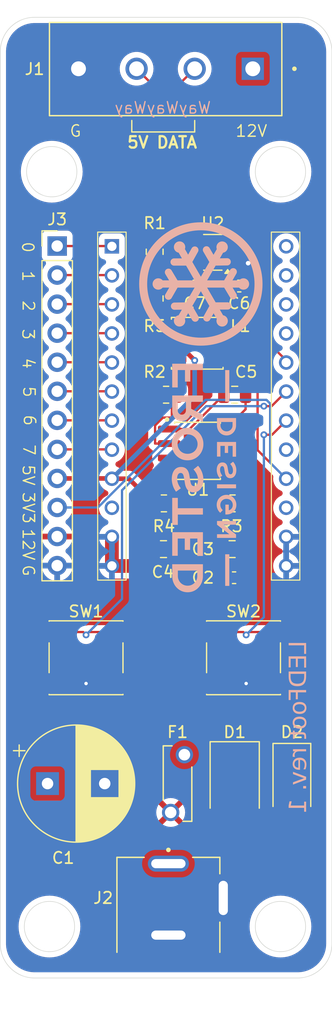
<source format=kicad_pcb>
(kicad_pcb (version 20240108) (generator "pcbnew") (generator_version "8.0")
  (title_block (title "LEDFoot") (date "2025-01-09") (rev "1") (company "Frosted Design"))
  (layers (0 "F.Cu" signal) (31 "B.Cu" signal) (34 "B.Paste" user) (35 "F.Paste" user) (36 "B.SilkS" user "B.Silkscreen") (37 "F.SilkS" user "F.Silkscreen") (38 "B.Mask" user) (39 "F.Mask" user) (44 "Edge.Cuts" user))
  (net 0 "")
  (net 1 "Net-(1-IO7)")
  (net 2 "5V")
  (net 4 "3V3")
  (net 7 "GND")
  (net 8 "3V3_SIG")
  (net 9 "Net-(1-IO4)")
  (net 10 "Net-(1-IO3)")
  (net 12 "Net-(1-IO1)")
  (net 14 "Net-(1-IO0)")
  (net 15 "Net-(1-IO9)")
  (net 16 "Net-(1-IO6)")
  (net 18 "Net-(1-IO8)")
  (net 19 "Net-(1-IO5)")
  (net 21 "Net-(1-IO2)")
  (net 22 "12V")
  (net 23 "Net-(U1-SW)")
  (net 24 "Net-(U1-BST)")
  (net 25 "+12V")
  (net 26 "5V_SIG")
  (net 27 "Net-(U1-EN)")
  (net 28 "Net-(U1-FB)")
  (net 29 "Net-(U2-DIR)")
  (net 32 "Net-(J1-Pad2)")
  (footprint "Connector_PinHeader_2.54mm:PinHeader_1x12_P2.54mm_Vertical" (layer "F.Cu") (at 124.975 67)
    (property "Reference" "J3")
    (property "Value" "Conn_01x12_Pin" (hide yes))
  )
  (footprint "Resistor_SMD:R_0805_2012Metric" (layer "F.Cu") (at 133.5 71.5875 90)
    (property "Reference" "R5")
    (property "Value" "4.7kΩ" (hide yes))
  )
  (footprint "Resistor_SMD:R_0805_2012Metric" (layer "F.Cu") (at 134.30901 89.5 180)
    (property "Reference" "R4")
    (property "Value" "10kΩ" (hide yes))
  )
  (footprint "Button_Switch_SMD:SW_SPST_PTS645" (layer "F.Cu") (at 127.5 103)
    (property "Reference" "SW1")
    (property "Value" "SW_Push" (hide yes))
  )
  (footprint "Capacitor_SMD:C_0805_2012Metric" (layer "F.Cu") (at 140.27151 93.5)
    (property "Reference" "C3")
    (property "Value" "47µF 25V" (hide yes))
  )
  (footprint "Diode_SMD:D_SMB" (layer "F.Cu") (at 140.5 114 -90)
    (property "Reference" "D1")
    (property "Value" "SMBJ12A" (hide yes))
  )
  (footprint "Resistor_SMD:R_0805_2012Metric" (layer "F.Cu") (at 140.30901 89.5)
    (property "Reference" "R3")
    (property "Value" "3.3kΩ" (hide yes))
  )
  (footprint "Capacitor_SMD:C_0603_1608Metric" (layer "F.Cu") (at 140.44651 96 180)
    (property "Reference" "C2")
    (property "Value" "0.1µF" (hide yes))
  )
  (footprint "Capacitor_SMD:C_0603_1608Metric" (layer "F.Cu") (at 137 70.5)
    (property "Reference" "C7")
    (property "Value" "0.1µF" (hide yes))
  )
  (footprint "footprints:TENSILITY_54-00167" (layer "F.Cu") (at 134.7 127.25)
    (property "Reference" "J2")
    (property "Value" "54-00167")
  )
  (footprint "Capacitor_THT:CP_Radial_D10.0mm_P5.00mm" (layer "F.Cu") (at 124.132323 114)
    (property "Reference" "C1")
    (property "Value" "1000µF" (hide yes))
  )
  (footprint "footprints:FUSRR505W81L660T250H1360" (layer "F.Cu") (at 135.5 114 90)
    (property "Reference" "F1")
    (property "Value" "8A (RUEF800)" (hide yes))
  )
  (footprint "Custom:SOIC127P600X170-9N" (layer "F.Cu") (at 137.24651 84.905)
    (property "Reference" "U1")
    (property "Value" "MP1584EN" (hide yes))
  )
  (footprint "Button_Switch_SMD:SW_SPST_PTS645" (layer "F.Cu") (at 141.27 103)
    (property "Reference" "SW2")
    (property "Value" "SW_Push" (hide yes))
  )
  (footprint "Package_TO_SOT_SMD:SOT-23-6" (layer "F.Cu") (at 138.58401 67.55 180)
    (property "Reference" "U2")
    (property "Value" "SN74LVC1T45DBV" (hide yes))
  )
  (footprint "Custom:WeAct-ESP32C3CoreBoard" (layer "F.Cu") (at 137.38 80.995)
    (property "Reference" "1" (hide yes))
    (property "Value" "U?")
  )
  (footprint "Capacitor_SMD:C_0805_2012Metric" (layer "F.Cu") (at 134.27151 93.5 180)
    (property "Reference" "C4")
    (property "Value" "47µF 10V" (hide yes))
  )
  (footprint "footprints:PHOENIX_1729144" (layer "F.Cu") (at 144.62 47.45 180)
    (property "Reference" "J1")
    (property "Value" "1729144")
  )
  (footprint "Capacitor_SMD:C_0603_1608Metric" (layer "F.Cu") (at 140.89651 70.5 180)
    (property "Reference" "C6")
    (property "Value" "0.1µF" (hide yes))
  )
  (footprint "Capacitor_SMD:C_0805_2012Metric" (layer "F.Cu") (at 140.5 80 180)
    (property "Reference" "C5")
    (property "Value" "10nF 16V" (hide yes))
  )
  (footprint "Resistor_SMD:R_0805_2012Metric" (layer "F.Cu") (at 133.5 67.5 -90)
    (property "Reference" "R1")
    (property "Value" "330Ω" (hide yes))
  )
  (footprint "Resistor_SMD:R_0805_2012Metric" (layer "F.Cu") (at 134.5 80)
    (property "Reference" "R2")
    (property "Value" "10kΩ" (hide yes))
  )
  (footprint "Inductor_SMD:L_APV_ANR4018" (layer "F.Cu") (at 137.22151 75.5 180)
    (property "Reference" "L1")
    (property "Value" "22µH" (hide yes))
  )
  (footprint "Diode_SMD:D_SMA" (layer "F.Cu") (at 145.5 114 -90)
    (property "Reference" "D2")
    (property "Value" "SS34" (hide yes))
  )
  (gr_line (start 139.22151 89.5) (end 135.22151 89.5) (stroke (width 0.2)) (layer "F.Cu") (net 28))
  (gr_poly (pts (xy 140.028212 77.845943) (xy 140.028212 80.609781) (xy 139.665871 80.609781) (xy 139.665871 77.845943)) (stroke (width -0.000001)) (fill solid) (layer "B.SilkS"))
  (gr_poly (pts (xy 137.719883 80.066328) (xy 137.719883 80.622615) (xy 136.691712 80.622615) (xy 136.691712 81.228777) (xy 137.719883 81.754372) (xy 137.719883 82.375879) (xy 136.611146 81.781228) (xy 136.599189 81.810361) (xy 136.586344 81.838775) (xy 136.572622 81.866469) (xy 136.558035 81.893444) (xy 136.542593 81.9197) (xy 136.526309 81.945236) (xy 136.509193 81.970053) (xy 136.491256 81.994151) (xy 136.47251 82.01753) (xy 136.452966 82.040189) (xy 136.432636 82.062129) (xy 136.41153 82.083349) (xy 136.389659 82.10385) (xy 136.367036 82.123632) (xy 136.34367 82.142695) (xy 136.319575 82.161038) (xy 136.294849 82.178438) (xy 136.269596 82.194674) (xy 136.243825 82.209753) (xy 136.217549 82.22368) (xy 136.190778 82.23646) (xy 136.163524 82.2481) (xy 136.135797 82.258604) (xy 136.10761 82.267979) (xy 136.078974 82.27623) (xy 136.049898 82.283362) (xy 136.020396 82.289382) (xy 135.990478 82.294295) (xy 135.960156 82.298106) (xy 135.92944 82.300821) (xy 135.898341 82.302446) (xy 135.874545 82.302855) (xy 135.874545 81.742862) (xy 135.894461 81.742412) (xy 135.913921 81.741063) (xy 135.932921 81.738815) (xy 135.951454 81.735668) (xy 135.969515 81.731622) (xy 135.987099 81.726677) (xy 136.004199 81.720832) (xy 136.02081 81.714088) (xy 136.036927 81.706445) (xy 136.052544 81.697903) (xy 136.067654 81.688462) (xy 136.082254 81.678121) (xy 136.096336 81.666881) (xy 136.109896 81.654742) (xy 136.122927 81.641704) (xy 136.135425 81.627767) (xy 136.147925 81.613785) (xy 136.159537 81.599174) (xy 136.170273 81.583933) (xy 136.180143 81.568062) (xy 136.189159 81.551563) (xy 136.197332 81.534434) (xy 136.204674 81.516675) (xy 136.211195 81.498287) (xy 136.216906 81.47927) (xy 136.22182 81.459623) (xy 136.225947 81.439347) (xy 136.229298 81.418442) (xy 136.231885 81.396907) (xy 136.233719 81.374742) (xy 136.234811 81.351948) (xy 136.235173 81.328525) (xy 136.235173 80.622615) (xy 135.513918 80.622615) (xy 135.513918 81.328525) (xy 135.514279 81.351948) (xy 135.515371 81.374742) (xy 135.517205 81.396907) (xy 135.519792 81.418442) (xy 135.523144 81.439347) (xy 135.52727 81.459623) (xy 135.532184 81.47927) (xy 135.537895 81.498287) (xy 135.544416 81.516675) (xy 135.551758 81.534434) (xy 135.559931 81.551563) (xy 135.568947 81.568062) (xy 135.578817 81.583933) (xy 135.589553 81.599174) (xy 135.601165 81.613785) (xy 135.613665 81.627767) (xy 135.626163 81.641704) (xy 135.639195 81.654742) (xy 135.652754 81.666881) (xy 135.666837 81.678121) (xy 135.681436 81.688462) (xy 135.696547 81.697903) (xy 135.712163 81.706445) (xy 135.72828 81.714088) (xy 135.744891 81.720832) (xy 135.761991 81.726677) (xy 135.779575 81.731622) (xy 135.797636 81.735668) (xy 135.816169 81.738815) (xy 135.835169 81.741063) (xy 135.854629 81.742412) (xy 135.874545 81.742862) (xy 135.874545 82.302855) (xy 135.866872 82.302987) (xy 135.836209 82.302537) (xy 135.806073 82.301188) (xy 135.776455 82.29894) (xy 135.747343 82.295793) (xy 135.718725 82.291747) (xy 135.69059 82.286801) (xy 135.662927 82.280957) (xy 135.635725 82.274213) (xy 135.608973 82.26657) (xy 135.582659 82.258027) (xy 135.556772 82.248586) (xy 135.531302 82.238246) (xy 135.506235 82.227006) (xy 135.481562 82.214867) (xy 135.457272 82.201829) (xy 135.433352 82.187892) (xy 135.409972 82.17247) (xy 135.387299 82.156413) (xy 135.365324 82.139716) (xy 135.344034 82.122372) (xy 135.323419 82.104377) (xy 135.303467 82.085723) (xy 135.284166 82.066407) (xy 135.265507 82.046422) (xy 135.247476 82.025763) (xy 135.230064 82.004423) (xy 135.213259 81.982398) (xy 135.19705 81.959682) (xy 135.181425 81.936269) (xy 135.166373 81.912153) (xy 135.151884 81.88733) (xy 135.137945 81.861792) (xy 135.125401 81.834952) (xy 135.113667 81.807662) (xy 135.102742 81.779923) (xy 135.092626 81.751734) (xy 135.08332 81.723095) (xy 135.074823 81.694007) (xy 135.067135 81.66447) (xy 135.060256 81.634482) (xy 135.054187 81.604046) (xy 135.048927 81.573159) (xy 135.044476 81.541823) (xy 135.040834 81.510038) (xy 135.038002 81.477802) (xy 135.035979 81.445118) (xy 135.034765 81.411983) (xy 135.03436 81.378399) (xy 135.03436 80.066328)) (stroke (width -0.000001)) (fill solid) (layer "B.SilkS"))
  (gr_poly (pts (xy 134.883419 68.380532) (xy 134.884613 68.364438) (xy 134.886599 68.348575) (xy 134.889358 68.332964) (xy 134.89287 68.317624) (xy 134.897116 68.302575) (xy 134.902074 68.287838) (xy 134.907725 68.273432) (xy 134.914049 68.259377) (xy 134.921027 68.245694) (xy 134.928638 68.232402) (xy 134.936862 68.219522) (xy 134.94568 68.207073) (xy 134.955071 68.195076) (xy 134.965016 68.18355) (xy 134.975494 68.172516) (xy 134.986487 68.161993) (xy 134.997972 68.152002) (xy 135.009932 68.142563) (xy 135.022346 68.133695) (xy 135.035193 68.125419) (xy 135.048454 68.117754) (xy 135.06211 68.110722) (xy 135.07614 68.104341) (xy 135.090524 68.098632) (xy 135.105242 68.093614) (xy 135.120274 68.089309) (xy 135.135601 68.085735) (xy 135.151202 68.082914) (xy 135.167058 68.080864) (xy 135.183149 68.079606) (xy 135.199454 68.07916) (xy 135.881826 68.077812) (xy 135.594375 67.57993) (xy 135.568129 67.574723) (xy 135.542209 67.568122) (xy 135.516674 67.560146) (xy 135.491586 67.550809) (xy 135.467004 67.540128) (xy 135.442989 67.528119) (xy 135.419601 67.514798) (xy 135.396901 67.500182) (xy 135.374949 67.484287) (xy 135.353806 67.467128) (xy 135.333531 67.448722) (xy 135.314185 67.429085) (xy 135.295829 67.408234) (xy 135.278523 67.386184) (xy 135.262326 67.362952) (xy 135.247301 67.338553) (xy 135.235083 67.316097) (xy 135.224135 67.293293) (xy 135.214445 67.270184) (xy 135.206001 67.246814) (xy 135.198793 67.223223) (xy 135.192809 67.199456) (xy 135.188036 67.175555) (xy 135.184465 67.151564) (xy 135.182083 67.127524) (xy 135.180878 67.103478) (xy 135.18084 67.07947) (xy 135.181958 67.055542) (xy 135.184218 67.031737) (xy 135.187611 67.008098) (xy 135.192124 66.984667) (xy 135.197746 66.961487) (xy 135.204466 66.938602) (xy 135.212273 66.916053) (xy 135.221154 66.893884) (xy 135.231098 66.872138) (xy 135.242094 66.850857) (xy 135.254131 66.830084) (xy 135.267196 66.809861) (xy 135.281279 66.790233) (xy 135.296368 66.77124) (xy 135.312451 66.752927) (xy 135.329518 66.735336) (xy 135.347556 66.71851) (xy 135.366555 66.702491) (xy 135.386502 66.687323) (xy 135.407386 66.673047) (xy 135.429197 66.659708) (xy 135.451653 66.647491) (xy 135.474456 66.636543) (xy 135.497565 66.626853) (xy 135.520936 66.61841) (xy 135.544526 66.611202) (xy 135.568293 66.605218) (xy 135.592194 66.600447) (xy 135.616186 66.596876) (xy 135.640226 66.594494) (xy 135.664271 66.59329) (xy 135.68828 66.593253) (xy 135.712208 66.594371) (xy 135.736013 66.596632) (xy 135.759653 66.600025) (xy 135.783084 66.604539) (xy 135.806263 66.610162) (xy 135.829149 66.616882) (xy 135.851698 66.624689) (xy 135.873867 66.63357) (xy 135.895613 66.643515) (xy 135.916894 66.654511) (xy 135.937668 66.666547) (xy 135.95789 66.679613) (xy 135.977518 66.693695) (xy 135.996511 66.708784) (xy 136.014823 66.724867) (xy 136.032414 66.741933) (xy 136.04924 66.75997) (xy 136.065258 66.778967) (xy 136.080426 66.798913) (xy 136.094701 66.819796) (xy 136.108039 66.841605) (xy 136.121656 66.866816) (xy 136.133678 66.892459) (xy 136.144121 66.918471) (xy 136.153001 66.944794) (xy 136.160334 66.971367) (xy 136.166136 66.998128) (xy 136.170424 67.025019) (xy 136.173213 67.051978) (xy 136.17452 67.078946) (xy 136.174361 67.105861) (xy 136.172752 67.132664) (xy 136.16971 67.159295) (xy 136.165249 67.185691) (xy 136.159387 67.211795) (xy 136.15214 67.237544) (xy 136.143523 67.262879) (xy 136.425427 67.751152) (xy 136.734736 67.195969) (xy 136.743032 67.181926) (xy 136.751935 67.168465) (xy 136.761417 67.155593) (xy 136.771451 67.143318) (xy 136.782009 67.131647) (xy 136.793064 67.120588) (xy 136.80459 67.11015) (xy 136.816558 67.100339) (xy 136.828943 67.091164) (xy 136.841716 67.082632) (xy 136.85485 67.074751) (xy 136.868319 67.067529) (xy 136.882094 67.060973) (xy 136.89615 67.055091) (xy 136.910458 67.049891) (xy 136.924992 67.045381) (xy 136.939724 67.041568) (xy 136.954627 67.03846) (xy 136.969674 67.036065) (xy 136.984838 67.034391) (xy 137.000091 67.033445) (xy 137.015407 67.033234) (xy 137.030758 67.033768) (xy 137.046117 67.035053) (xy 137.061456 67.037098) (xy 137.07675 67.039909) (xy 137.09197 67.043495) (xy 137.107089 67.047864) (xy 137.12208 67.053023) (xy 137.136916 67.058979) (xy 137.15157 67.065742) (xy 137.166014 67.073318) (xy 137.180056 67.081614) (xy 137.193517 67.090517) (xy 137.206389 67.099999) (xy 137.218664 67.110032) (xy 137.230335 67.120589) (xy 137.241393 67.131644) (xy 137.251831 67.143169) (xy 137.261641 67.155137) (xy 137.270816 67.167521) (xy 137.279347 67.180293) (xy 137.287228 67.193427) (xy 137.29445 67.206894) (xy 137.301005 67.220669) (xy 137.306886 67.234724) (xy 137.312085 67.249031) (xy 137.316595 67.263564) (xy 137.320408 67.278295) (xy 137.323515 67.293198) (xy 137.325909 67.308244) (xy 137.327583 67.323407) (xy 137.328529 67.338659) (xy 137.328738 67.353975) (xy 137.328204 67.369325) (xy 137.326919 67.384683) (xy 137.324874 67.400022) (xy 137.322062 67.415315) (xy 137.318476 67.430535) (xy 137.314107 67.445654) (xy 137.308948 67.460644) (xy 137.302991 67.47548) (xy 137.296229 67.490134) (xy 137.288653 67.504579) (xy 136.79482 68.390963) (xy 137.813975 70.156191) (xy 137.821769 70.170518) (xy 137.828754 70.185067) (xy 137.834936 70.19981) (xy 137.840323 70.214721) (xy 137.844922 70.229771) (xy 137.84874 70.244935) (xy 137.851785 70.260184) (xy 137.854063 70.275491) (xy 137.855583 70.290828) (xy 137.856352 70.30617) (xy 137.856376 70.321487) (xy 137.855664 70.336754) (xy 137.854222 70.351941) (xy 137.852058 70.367024) (xy 137.849178 70.381973) (xy 137.845592 70.396762) (xy 137.841305 70.411363) (xy 137.836325 70.425749) (xy 137.83066 70.439893) (xy 137.824316 70.453768) (xy 137.817301 70.467345) (xy 137.809622 70.480599) (xy 137.801287 70.493501) (xy 137.792303 70.506024) (xy 137.782677 70.518141) (xy 137.772417 70.529824) (xy 137.76153 70.541047) (xy 137.750022 70.551782) (xy 137.737902 70.562002) (xy 137.725177 70.571679) (xy 137.711854 70.580786) (xy 137.697941 70.589296) (xy 137.683614 70.597091) (xy 137.669065 70.604075) (xy 137.654322 70.610257) (xy 137.639411 70.615644) (xy 137.62436 70.620242) (xy 137.609197 70.62406) (xy 137.593947 70.627104) (xy 137.57864 70.629382) (xy 137.563302 70.630902) (xy 137.54796 70.631669) (xy 137.532642 70.631693) (xy 137.517376 70.63098) (xy 137.502187 70.629537) (xy 137.487105 70.627372) (xy 137.472155 70.624492) (xy 137.457366 70.620904) (xy 137.442764 70.616616) (xy 137.428377 70.611636) (xy 137.414233 70.605969) (xy 137.400358 70.599625) (xy 137.38678 70.592609) (xy 137.373526 70.584929) (xy 137.360623 70.576594) (xy 137.3481 70.567609) (xy 137.335982 70.557982) (xy 137.324298 70.547721) (xy 137.313075 70.536833) (xy 137.30234 70.525325) (xy 137.29212 70.513205) (xy 137.282443 70.500479) (xy 137.273336 70.487156) (xy 137.264826 70.473242) (xy 136.247496 68.71117) (xy 135.200715 68.713252) (xy 135.184411 68.712873) (xy 135.168318 68.711681) (xy 135.152456 68.709696) (xy 135.136845 68.706937) (xy 135.121506 68.703426) (xy 135.106457 68.699182) (xy 135.09172 68.694224) (xy 135.077314 68.688573) (xy 135.06326 68.682249) (xy 135.049577 68.675271) (xy 135.036285 68.66766) (xy 135.023404 68.659436) (xy 135.010955 68.650618) (xy 134.998958 68.641226) (xy 134.987432 68.631281) (xy 134.976397 68.620803) (xy 134.965874 68.60981) (xy 134.955883 68.598324) (xy 134.946443 68.586363) (xy 134.937575 68.573949) (xy 134.929299 68.561101) (xy 134.921634 68.547839) (xy 134.914601 68.534183) (xy 134.90822 68.520153) (xy 134.902511 68.505769) (xy 134.897493 68.49105) (xy 134.893187 68.476017) (xy 134.889614 68.46069) (xy 134.886792 68.445088) (xy 134.884742 68.429232) (xy 134.883484 68.413142) (xy 134.883038 68.396837)) (stroke (width -0.000001)) (fill solid) (layer "B.SilkS"))
  (gr_poly (pts (xy 134.992563 84.277322) (xy 134.993777 84.240449) (xy 134.9958 84.203925) (xy 134.998632 84.167744) (xy 135.002274 84.131899) (xy 135.006725 84.096387) (xy 135.011985 84.0612) (xy 135.018054 84.026334) (xy 135.024933 83.991782) (xy 135.032621 83.95754) (xy 135.041118 83.923601) (xy 135.050425 83.88996) (xy 135.06054 83.856611) (xy 135.071465 83.823549) (xy 135.083199 83.790767) (xy 135.095743 83.758261) (xy 135.109682 83.72616) (xy 135.124172 83.694593) (xy 135.139224 83.663553) (xy 135.154849 83.633037) (xy 135.171058 83.603037) (xy 135.187863 83.573549) (xy 135.205275 83.544567) (xy 135.223306 83.516084) (xy 135.241965 83.488097) (xy 135.261266 83.460598) (xy 135.281218 83.433582) (xy 135.301833 83.407045) (xy 135.323123 83.380979) (xy 135.345099 83.35538) (xy 135.367771 83.330242) (xy 135.391151 83.305559) (xy 135.415157 83.282092) (xy 135.439691 83.259177) (xy 135.464743 83.236823) (xy 135.4903 83.215042) (xy 135.516351 83.193846) (xy 135.542886 83.173246) (xy 135.569893 83.153253) (xy 135.597361 83.133877) (xy 135.625278 83.115132) (xy 135.653634 83.097027) (xy 135.682416 83.079573) (xy 135.711615 83.062783) (xy 135.741218 83.046667) (xy 135.771215 83.031237) (xy 135.801594 83.016504) (xy 135.832344 83.002479) (xy 135.86413 82.989892) (xy 135.896192 82.978036) (xy 135.928535 82.966922) (xy 135.961165 82.956561) (xy 135.994087 82.946964) (xy 136.027307 82.938143) (xy 136.06083 82.930108) (xy 136.094662 82.922872) (xy 136.128809 82.916444) (xy 136.163276 82.910837) (xy 136.19807 82.906062) (xy 136.233195 82.90213) (xy 136.268657 82.899052) (xy 136.304461 82.89684) (xy 136.340615 82.895504) (xy 136.377122 82.895056) (xy 136.413628 82.895504) (xy 136.449775 82.89684) (xy 136.485562 82.899052) (xy 136.520989 82.90213) (xy 136.556057 82.906062) (xy 136.590765 82.910837) (xy 136.625113 82.916444) (xy 136.659101 82.922872) (xy 136.69273 82.930108) (xy 136.726 82.938143) (xy 136.758909 82.946964) (xy 136.791459 82.956561) (xy 136.82365 82.966922) (xy 136.85548 82.978036) (xy 136.886951 82.989892) (xy 136.918063 83.002479) (xy 136.949445 83.016504) (xy 136.980293 83.031237) (xy 137.010613 83.046667) (xy 137.04041 83.062783) (xy 137.06969 83.079573) (xy 137.098459 83.097027) (xy 137.126722 83.115132) (xy 137.154485 83.133877) (xy 137.181753 83.153253) (xy 137.208532 83.173246) (xy 137.234829 83.193846) (xy 137.260647 83.215042) (xy 137.285993 83.236823) (xy 137.310873 83.259177) (xy 137.335292 83.282092) (xy 137.359256 83.305559) (xy 137.382679 83.330242) (xy 137.405466 83.35538) (xy 137.427613 83.380979) (xy 137.449113 83.407045) (xy 137.469962 83.433582) (xy 137.490153 83.460598) (xy 137.509681 83.488097) (xy 137.52854 83.516084) (xy 137.546725 83.544567) (xy 137.564229 83.573549) (xy 137.581048 83.603037) (xy 137.597176 83.633037) (xy 137.612607 83.663553) (xy 137.627336 83.694593) (xy 137.641356 83.72616) (xy 137.654663 83.758261) (xy 137.667882 83.790767) (xy 137.680207 83.823549) (xy 137.691644 83.856611) (xy 137.702199 83.88996) (xy 137.711878 83.923601) (xy 137.720685 83.95754) (xy 137.728627 83.991782) (xy 137.735709 84.026334) (xy 137.741936 84.0612) (xy 137.747316 84.096387) (xy 137.751852 84.131899) (xy 137.755551 84.167744) (xy 137.758418 84.203925) (xy 137.760458 84.240449) (xy 137.761679 84.277322) (xy 137.762084 84.314549) (xy 137.761679 84.351817) (xy 137.760458 84.388805) (xy 137.758418 84.4255) (xy 137.755551 84.461892) (xy 137.751852 84.49797) (xy 137.747316 84.533721) (xy 137.741936 84.569135) (xy 137.735709 84.604201) (xy 137.728627 84.638907) (xy 137.720685 84.673242) (xy 137.711878 84.707195) (xy 137.702199 84.740755) (xy 137.691644 84.77391) (xy 137.680207 84.806649) (xy 137.667882 84.838961) (xy 137.654663 84.870835) (xy 137.641356 84.902978) (xy 137.627336 84.934661) (xy 137.612607 84.965872) (xy 137.597176 84.996599) (xy 137.581048 85.026832) (xy 137.564229 85.056559) (xy 137.546725 85.085769) (xy 137.52854 85.114451) (xy 137.509681 85.142593) (xy 137.490153 85.170184) (xy 137.469962 85.197214) (xy 137.449113 85.22367) (xy 137.427613 85.249542) (xy 137.405466 85.274818) (xy 137.382679 85.299487) (xy 137.359256 85.323539) (xy 137.335292 85.347637) (xy 137.310873 85.371022) (xy 137.285993 85.393698) (xy 137.260647 85.415673) (xy 137.234829 85.43695) (xy 137.208532 85.457536) (xy 137.181753 85.477437) (xy 137.154485 85.496658) (xy 137.126722 85.515204) (xy 137.098459 85.533082) (xy 137.06969 85.550296) (xy 137.04041 85.566853) (xy 137.010613 85.582758) (xy 136.980293 85.598017) (xy 136.949445 85.612635) (xy 136.918063 85.626618) (xy 136.886951 85.639837) (xy 136.85548 85.652162) (xy 136.82365 85.663599) (xy 136.791459 85.674154) (xy 136.758909 85.683832) (xy 136.726 85.692639) (xy 136.69273 85.700581) (xy 136.659101 85.707663) (xy 136.625113 85.71389) (xy 136.590765 85.719269) (xy 136.556057 85.723806) (xy 136.520989 85.727504) (xy 136.485562 85.730371) (xy 136.449775 85.732412) (xy 136.413628 85.733633) (xy 136.377122 85.734038) (xy 136.377122 85.166243) (xy 136.400051 85.165974) (xy 136.4228 85.165171) (xy 136.445369 85.16384) (xy 136.467758 85.161987) (xy 136.489968 85.159616) (xy 136.511997 85.156734) (xy 136.533847 85.153346) (xy 136.555517 85.149458) (xy 136.577007 85.145075) (xy 136.598318 85.140204) (xy 136.619448 85.134849) (xy 136.640399 85.129017) (xy 136.66117 85.122712) (xy 136.681761 85.115941) (xy 136.702172 85.108709) (xy 136.722403 85.101022) (xy 136.742365 85.092886) (xy 136.761974 85.084305) (xy 136.781234 85.075287) (xy 136.800151 85.065835) (xy 136.818731 85.055956) (xy 136.83698 85.045656) (xy 136.854902 85.03494) (xy 136.872505 85.023814) (xy 136.889792 85.012283) (xy 136.90677 85.000353) (xy 136.923445 84.98803) (xy 136.939822 84.975319) (xy 136.955907 84.962225) (xy 136.971706 84.948756) (xy 136.987223 84.934915) (xy 137.002465 84.920709) (xy 137.016671 84.906144) (xy 137.030512 84.891231) (xy 137.043982 84.875981) (xy 137.057075 84.860405) (xy 137.069786 84.844514) (xy 137.082109 84.828319) (xy 137.094039 84.811832) (xy 137.10557 84.795065) (xy 137.116696 84.778027) (xy 137.127412 84.760731) (xy 137.137712 84.743188) (xy 137.147591 84.725409) (xy 137.157043 84.707405) (xy 137.166061 84.689187) (xy 137.174642 84.670768) (xy 137.182778 84.652157) (xy 137.191141 84.632644) (xy 137.198963 84.612945) (xy 137.206247 84.593056) (xy 137.212991 84.57297) (xy 137.219195 84.552681) (xy 137.22486 84.532185) (xy 137.229985 84.511475) (xy 137.234571 84.490546) (xy 137.238617 84.469392) (xy 137.242124 84.448008) (xy 137.245092 84.426387) (xy 137.247519 84.404526) (xy 137.249408 84.382416) (xy 137.250756 84.360054) (xy 137.251566 84.337433) (xy 137.251835 84.314549) (xy 137.251566 84.292339) (xy 137.250756 84.270309) (xy 137.249408 84.248459) (xy 137.247519 84.226789) (xy 137.245092 84.205299) (xy 137.242124 84.183989) (xy 137.238617 84.162858) (xy 137.234571 84.141907) (xy 137.229985 84.121137) (xy 137.22486 84.100545) (xy 137.219195 84.080134) (xy 137.212991 84.059903) (xy 137.206247 84.039851) (xy 137.198963 84.01998) (xy 137.191141 84.000288) (xy 137.182778 83.980776) (xy 137.174642 83.961533) (xy 137.166061 83.942643) (xy 137.157043 83.924103) (xy 137.147591 83.905905) (xy 137.137712 83.888044) (xy 137.127412 83.870515) (xy 137.116696 83.853311) (xy 137.10557 83.836428) (xy 137.094039 83.81986) (xy 137.082109 83.803601) (xy 137.069786 83.787646) (xy 137.057075 83.771988) (xy 137.043982 83.756622) (xy 137.030512 83.741543) (xy 137.016671 83.726746) (xy 137.002465 83.712223) (xy 136.987223 83.698017) (xy 136.971706 83.684177) (xy 136.955907 83.670707) (xy 136.939822 83.657614) (xy 136.923445 83.644903) (xy 136.90677 83.632579) (xy 136.889792 83.62065) (xy 136.872505 83.609119) (xy 136.854902 83.597992) (xy 136.83698 83.587276) (xy 136.818731 83.576976) (xy 136.800151 83.567097) (xy 136.781234 83.557646) (xy 136.761974 83.548627) (xy 136.742365 83.540047) (xy 136.722403 83.53191) (xy 136.702171 83.524223) (xy 136.681753 83.516992) (xy 136.661144 83.510221) (xy 136.640339 83.503916) (xy 136.619331 83.498084) (xy 136.598115 83.492729) (xy 136.576686 83.487857) (xy 136.555038 83.483475) (xy 136.533164 83.479587) (xy 136.511061 83.476199) (xy 136.488721 83.473317) (xy 136.46614 83.470946) (xy 136.443311 83.469092) (xy 136.42023 83.467761) (xy 136.39689 83.466959) (xy 136.373285 83.46669) (xy 136.350357 83.466959) (xy 136.327608 83.467761) (xy 136.305038 83.469092) (xy 136.282649 83.470946) (xy 136.260439 83.473317) (xy 136.23841 83.476199) (xy 136.21656 83.479587) (xy 136.19489 83.483475) (xy 136.1734 83.487857) (xy 136.152089 83.492729) (xy 136.130959 83.498084) (xy 136.110008 83.503916) (xy 136.089237 83.510221) (xy 136.068646 83.516992) (xy 136.048235 83.524223) (xy 136.028003 83.53191) (xy 136.008716 83.540047) (xy 135.989699 83.548627) (xy 135.970951 83.557646) (xy 135.952473 83.567097) (xy 135.934265 83.576976) (xy 135.916327 83.587276) (xy 135.898658 83.597992) (xy 135.881259 83.609119) (xy 135.86413 83.62065) (xy 135.84727 83.632579) (xy 135.83068 83.644903) (xy 135.81436 83.657614) (xy 135.79831 83.670707) (xy 135.78253 83.684177) (xy 135.767019 83.698017) (xy 135.751778 83.712223) (xy 135.737572 83.726746) (xy 135.723732 83.741543) (xy 135.710262 83.756622) (xy 135.697169 83.771988) (xy 135.684457 83.787646) (xy 135.672134 83.803601) (xy 135.660204 83.81986) (xy 135.648673 83.836428) (xy 135.637547 83.853311) (xy 135.626831 83.870515) (xy 135.616531 83.888044) (xy 135.606652 83.905905) (xy 135.5972 83.924103) (xy 135.588182 83.942643) (xy 135.579601 83.961533) (xy 135.571465 83.980776) (xy 135.563102 84.000288) (xy 135.55528 84.01998) (xy 135.547996 84.039851) (xy 135.541252 84.059903) (xy 135.535048 84.080134) (xy 135.529383 84.100545) (xy 135.524258 84.121137) (xy 135.519672 84.141907) (xy 135.515626 84.162858) (xy 135.512119 84.183989) (xy 135.509152 84.205299) (xy 135.506724 84.226789) (xy 135.504836 84.248459) (xy 135.503487 84.270309) (xy 135.502678 84.292339) (xy 135.502408 84.314549) (xy 135.502678 84.337433) (xy 135.503487 84.360054) (xy 135.504836 84.382416) (xy 135.506724 84.404526) (xy 135.509152 84.426387) (xy 135.512119 84.448008) (xy 135.515626 84.469392) (xy 135.519672 84.490546) (xy 135.524258 84.511475) (xy 135.529383 84.532185) (xy 135.535048 84.552681) (xy 135.541252 84.57297) (xy 135.547996 84.593056) (xy 135.55528 84.612945) (xy 135.563102 84.632644) (xy 135.571465 84.652157) (xy 135.579601 84.670768) (xy 135.588182 84.689187) (xy 135.5972 84.707405) (xy 135.606652 84.725409) (xy 135.616531 84.743188) (xy 135.626831 84.760731) (xy 135.637547 84.778027) (xy 135.648673 84.795065) (xy 135.660204 84.811832) (xy 135.672134 84.828319) (xy 135.684457 84.844514) (xy 135.697169 84.860405) (xy 135.710262 84.875981) (xy 135.723732 84.891231) (xy 135.737572 84.906144) (xy 135.751778 84.920709) (xy 135.767019 84.934915) (xy 135.78253 84.948756) (xy 135.79831 84.962225) (xy 135.81436 84.975319) (xy 135.83068 84.98803) (xy 135.84727 85.000353) (xy 135.86413 85.012283) (xy 135.881259 85.023814) (xy 135.898658 85.03494) (xy 135.916327 85.045656) (xy 135.934265 85.055956) (xy 135.952473 85.065835) (xy 135.970951 85.075287) (xy 135.989699 85.084305) (xy 136.008716 85.092886) (xy 136.028003 85.101022) (xy 136.048236 85.108709) (xy 136.068654 85.115941) (xy 136.089262 85.122712) (xy 136.110068 85.129017) (xy 136.131076 85.134849) (xy 136.152292 85.140204) (xy 136.173721 85.145075) (xy 136.19537 85.149458) (xy 136.217243 85.153346) (xy 136.239346 85.156734) (xy 136.261686 85.159616) (xy 136.284268 85.161987) (xy 136.307096 85.16384) (xy 136.330178 85.165171) (xy 136.353518 85.165974) (xy 136.377122 85.166243) (xy 136.377122 85.734038) (xy 136.340615 85.733633) (xy 136.304461 85.732412) (xy 136.268657 85.730371) (xy 136.233195 85.727504) (xy 136.19807 85.723806) (xy 136.163276 85.719269) (xy 136.128809 85.71389) (xy 136.094662 85.707663) (xy 136.06083 85.700581) (xy 136.027307 85.692639) (xy 135.994087 85.683832) (xy 135.961165 85.674154) (xy 135.928535 85.663599) (xy 135.896192 85.652162) (xy 135.86413 85.639837) (xy 135.832344 85.626618) (xy 135.801594 85.612635) (xy 135.771215 85.598017) (xy 135.741218 85.582758) (xy 135.711615 85.566853) (xy 135.682416 85.550296) (xy 135.653634 85.533082) (xy 135.625278 85.515204) (xy 135.597361 85.496658) (xy 135.569893 85.477437) (xy 135.542886 85.457536) (xy 135.516351 85.43695) (xy 135.4903 85.415673) (xy 135.464743 85.393698) (xy 135.439691 85.371022) (xy 135.415157 85.347637) (xy 135.391151 85.323539) (xy 135.367771 85.299487) (xy 135.345099 85.274818) (xy 135.323123 85.249542) (xy 135.301833 85.22367) (xy 135.281218 85.197214) (xy 135.261266 85.170184) (xy 135.241965 85.142593) (xy 135.223306 85.114451) (xy 135.205275 85.085769) (xy 135.187863 85.056559) (xy 135.171058 85.026832) (xy 135.154849 84.996599) (xy 135.139224 84.965872) (xy 135.124172 84.934661) (xy 135.109682 84.902978) (xy 135.095743 84.870835) (xy 135.083199 84.838961) (xy 135.071465 84.806649) (xy 135.06054 84.77391) (xy 135.050425 84.740755) (xy 135.041118 84.707195) (xy 135.032621 84.673242) (xy 135.024933 84.638907) (xy 135.018054 84.604201) (xy 135.011985 84.569135) (xy 135.006725 84.533721) (xy 135.002274 84.49797) (xy 134.998632 84.461892) (xy 134.9958 84.4255) (xy 134.993777 84.388805) (xy 134.992563 84.351817) (xy 134.992158 84.314549)) (stroke (width -0.000001)) (fill solid) (layer "B.SilkS"))
  (gr_poly (pts (xy 133.318527 70.291484) (xy 133.320448 70.266261) (xy 133.32361 70.241404) (xy 133.327984 70.216942) (xy 133.333537 70.192909) (xy 133.340238 70.169334) (xy 133.348056 70.146249) (xy 133.356959 70.123686) (xy 133.366917 70.101676) (xy 133.377897 70.080249) (xy 133.389869 70.059439) (xy 133.402801 70.039275) (xy 133.416662 70.01979) (xy 133.43142 70.001014) (xy 133.447044 69.982979) (xy 133.463504 69.965716) (xy 133.480767 69.949257) (xy 133.498802 69.933632) (xy 133.517578 69.918874) (xy 133.537063 69.905013) (xy 133.557227 69.892081) (xy 133.578037 69.880109) (xy 133.599463 69.869129) (xy 133.621473 69.859171) (xy 133.644036 69.850268) (xy 133.667121 69.84245) (xy 133.690696 69.835749) (xy 133.71473 69.830196) (xy 133.739191 69.825822) (xy 133.764049 69.82266) (xy 133.789272 69.820739) (xy 133.814828 69.820092) (xy 133.843471 69.820905) (xy 133.871689 69.823315) (xy 133.899438 69.827278) (xy 133.926675 69.832749) (xy 133.953354 69.839685) (xy 133.979431 69.848041) (xy 134.004863 69.857774) (xy 134.029605 69.868838) (xy 134.053613 69.88119) (xy 134.076843 69.894785) (xy 134.099251 69.90958) (xy 134.120791 69.92553) (xy 134.141422 69.942591) (xy 134.161097 69.96072) (xy 134.179773 69.979871) (xy 134.197406 70) (xy 134.761214 70) (xy 134.435064 69.454536) (xy 134.427051 69.44033) (xy 134.419845 69.425889) (xy 134.413438 69.411242) (xy 134.407824 69.396415) (xy 134.402996 69.381436) (xy 134.398947 69.366333) (xy 134.39567 69.351132) (xy 134.393158 69.335862) (xy 134.391405 69.320549) (xy 134.390402 69.305221) (xy 134.390144 69.289906) (xy 134.390624 69.274631) (xy 134.391834 69.259423) (xy 134.393768 69.24431) (xy 134.396419 69.229319) (xy 134.39978 69.214477) (xy 134.403844 69.199812) (xy 134.408604 69.185352) (xy 134.414054 69.171123) (xy 134.420185 69.157154) (xy 134.426993 69.143471) (xy 134.434469 69.130102) (xy 134.442606 69.117075) (xy 134.451399 69.104416) (xy 134.460839 69.092154) (xy 134.470921 69.080315) (xy 134.481636 69.068927) (xy 134.492979 69.058018) (xy 134.504942 69.047615) (xy 134.517518 69.037745) (xy 134.530702 69.028435) (xy 134.544484 69.019714) (xy 134.558691 69.011701) (xy 134.573131 69.004495) (xy 134.587778 68.998089) (xy 134.602605 68.992475) (xy 134.617583 68.987647) (xy 134.632686 68.983597) (xy 134.647886 68.98032) (xy 134.663156 68.977808) (xy 134.678468 68.976055) (xy 134.693795 68.975052) (xy 134.709109 68.974794) (xy 134.724384 68.975274) (xy 134.739591 68.976484) (xy 134.754703 68.978418) (xy 134.769693 68.981069) (xy 134.784534 68.98443) (xy 134.799198 68.988494) (xy 134.813657 68.993254) (xy 134.827885 68.998704) (xy 134.841853 69.004836) (xy 134.855535 69.011643) (xy 134.868903 69.019119) (xy 134.88193 69.027257) (xy 134.894588 69.036049) (xy 134.906849 69.045489) (xy 134.918687 69.055571) (xy 134.930075 69.066286) (xy 134.940983 69.077629) (xy 134.951386 69.089592) (xy 134.961256 69.102169) (xy 134.970566 69.115352) (xy 134.979287 69.129134) (xy 135.5 70) (xy 137.538311 70) (xy 137.554616 70.000413) (xy 137.570708 70.001638) (xy 137.586567 70.003656) (xy 137.602173 70.006446) (xy 137.617507 70.009989) (xy 137.632548 70.014264) (xy 137.647276 70.019251) (xy 137.661671 70.024931) (xy 137.675714 70.031284) (xy 137.689384 70.038289) (xy 137.702662 70.045926) (xy 137.715527 70.054177) (xy 137.727959 70.063019) (xy 137.739938 70.072435) (xy 137.751445 70.082402) (xy 137.762459 70.092903) (xy 137.77296 70.103916) (xy 137.782929 70.115422) (xy 137.792346 70.1274) (xy 137.801189 70.139832) (xy 137.80944 70.152695) (xy 137.817079 70.165972) (xy 137.824085 70.179641) (xy 137.830438 70.193683) (xy 137.836119 70.208078) (xy 137.841107 70.222806) (xy 137.845382 70.237846) (xy 137.848925 70.253179) (xy 137.851716 70.268785) (xy 137.853734 70.284644) (xy 137.854959 70.300736) (xy 137.855372 70.31704) (xy 137.854959 70.333345) (xy 137.853734 70.349437) (xy 137.851716 70.365296) (xy 137.848925 70.380902) (xy 137.845382 70.396236) (xy 137.841107 70.411277) (xy 137.836119 70.426005) (xy 137.830438 70.4404) (xy 137.824085 70.454443) (xy 137.817079 70.468113) (xy 137.80944 70.481391) (xy 137.801189 70.494256) (xy 137.792346 70.506688) (xy 137.782929 70.518667) (xy 137.77296 70.530174) (xy 137.762459 70.541188) (xy 137.751445 70.55169) (xy 137.739938 70.561659) (xy 137.727959 70.571075) (xy 137.715527 70.579919) (xy 137.702662 70.58817) (xy 137.689384 70.595808) (xy 137.675714 70.602814) (xy 137.661671 70.609167) (xy 137.647276 70.614848) (xy 137.632548 70.619836) (xy 137.617507 70.624112) (xy 137.602173 70.627655) (xy 137.586567 70.630446) (xy 137.570708 70.632463) (xy 137.554616 70.633689) (xy 137.538311 70.634102) (xy 135.503648 70.634102) (xy 134.98206 71.541684) (xy 134.97358 71.555614) (xy 134.964501 71.568955) (xy 134.95485 71.5817) (xy 134.944656 71.59384) (xy 134.933946 71.605369) (xy 134.922746 71.616279) (xy 134.911084 71.626563) (xy 134.898987 71.636213) (xy 134.886483 71.645222) (xy 134.873599 71.653584) (xy 134.860362 71.661289) (xy 134.846799 71.668332) (xy 134.832938 71.674704) (xy 134.818806 71.680399) (xy 134.80443 71.685408) (xy 134.789838 71.689725) (xy 134.775057 71.693341) (xy 134.760113 71.696251) (xy 134.745036 71.698446) (xy 134.729851 71.699919) (xy 134.714586 71.700662) (xy 134.699268 71.700669) (xy 134.683925 71.699932) (xy 134.668584 71.698443) (xy 134.653273 71.696195) (xy 134.638017 71.693181) (xy 134.622846 71.689393) (xy 134.607785 71.684824) (xy 134.592863 71.679467) (xy 134.578106 71.673314) (xy 134.563543 71.666358) (xy 134.549199 71.658592) (xy 134.535269 71.650109) (xy 134.521928 71.641028) (xy 134.509184 71.631377) (xy 134.497044 71.621181) (xy 134.485515 71.61047) (xy 134.474605 71.599269) (xy 134.464321 71.587606) (xy 134.45467 71.575509) (xy 134.445661 71.563005) (xy 134.4373 71.55012) (xy 134.429594 71.536883) (xy 134.422551 71.52332) (xy 134.416179 71.50946) (xy 134.410485 71.495328) (xy 134.405475 71.480953) (xy 134.401159 71.466361) (xy 134.397542 71.45158) (xy 134.394632 71.436638) (xy 134.392437 71.421561) (xy 134.390964 71.406377) (xy 134.390221 71.391113) (xy 134.390214 71.375796) (xy 134.390951 71.360453) (xy 134.39244 71.345113) (xy 134.394688 71.329802) (xy 134.397702 71.314547) (xy 134.401489 71.299376) (xy 134.406058 71.284316) (xy 134.411415 71.269394) (xy 134.417568 71.254637) (xy 134.424524 71.240074) (xy 134.43229 71.22573) (xy 134.772307 70.634102) (xy 134.197406 70.634102) (xy 134.179773 70.654228) (xy 134.161097 70.673376) (xy 134.141422 70.691501) (xy 134.120791 70.70856) (xy 134.099251 70.724508) (xy 134.076843 70.739301) (xy 134.053613 70.752895) (xy 134.029605 70.765246) (xy 134.004863 70.776309) (xy 133.979431 70.78604) (xy 133.953354 70.794396) (xy 133.926675 70.801331) (xy 133.899438 70.806803) (xy 133.871689 70.810765) (xy 133.843471 70.813175) (xy 133.814828 70.813988) (xy 133.789272 70.813341) (xy 133.764049 70.811421) (xy 133.739191 70.808258) (xy 133.71473 70.803885) (xy 133.690696 70.798333) (xy 133.667121 70.791632) (xy 133.644036 70.783815) (xy 133.621473 70.774912) (xy 133.599463 70.764955) (xy 133.578037 70.753975) (xy 133.557227 70.742004) (xy 133.537063 70.729073) (xy 133.517578 70.715213) (xy 133.498802 70.700455) (xy 133.480767 70.684831) (xy 133.463504 70.668372) (xy 133.447044 70.65111) (xy 133.43142 70.633075) (xy 133.416662 70.6143) (xy 133.402801 70.594814) (xy 133.389869 70.574651) (xy 133.377897 70.55384) (xy 133.366917 70.532414) (xy 133.356959 70.510404) (xy 133.348056 70.48784) (xy 133.340238 70.464755) (xy 133.333537 70.441179) (xy 133.327984 70.417144) (xy 133.32361 70.392681) (xy 133.320448 70.367822) (xy 133.318527 70.342598) (xy 133.31788 70.31704)) (stroke (width -0.000001)) (fill solid) (layer "B.SilkS"))
  (gr_poly (pts (xy 135.525427 89.018246) (xy 135.525427 89.923651) (xy 137.719883 89.923651) (xy 137.719883 90.479938) (xy 135.525427 90.479938) (xy 135.525427 91.381507) (xy 135.03436 91.381507) (xy 135.03436 89.018246)) (stroke (width -0.000001)) (fill solid) (layer "B.SilkS"))
  (gr_poly (pts (xy 140.617767 82.038167) (xy 140.617767 82.678725) (xy 140.617516 82.70225) (xy 140.616763 82.725503) (xy 140.615507 82.748491) (xy 140.613749 82.771221) (xy 140.611489 82.7937) (xy 140.608726 82.815935) (xy 140.605461 82.837932) (xy 140.601694 82.8597) (xy 140.597424 82.881244) (xy 140.592653 82.902572) (xy 140.587379 82.92369) (xy 140.581602 82.944606) (xy 140.575323 82.965327) (xy 140.568542 82.98586) (xy 140.561259 83.006211) (xy 140.553473 83.026387) (xy 140.545268 83.046311) (xy 140.536721 83.065901) (xy 140.527825 83.085156) (xy 140.518573 83.104076) (xy 140.508959 83.12266) (xy 140.498974 83.14091) (xy 140.488613 83.158826) (xy 140.477869 83.176406) (xy 140.466733 83.193651) (xy 140.4552 83.210562) (xy 140.443262 83.227137) (xy 140.430913 83.243378) (xy 140.418145 83.259284) (xy 140.404952 83.274855) (xy 140.391326 83.290092) (xy 140.377261 83.304993) (xy 140.363253 83.319951) (xy 140.348913 83.334466) (xy 140.334246 83.348541) (xy 140.319255 83.362181) (xy 140.303942 83.375388) (xy 140.288312 83.388165) (xy 140.272368 83.400518) (xy 140.256114 83.412448) (xy 140.239553 83.423959) (xy 140.222688 83.435056) (xy 140.205524 83.445741) (xy 140.188063 83.456017) (xy 140.170308 83.46589) (xy 140.152265 83.475361) (xy 140.133935 83.484434) (xy 140.115323 83.493114) (xy 140.096459 83.500926) (xy 140.077372 83.508284) (xy 140.058061 83.515183) (xy 140.038528 83.521614) (xy 140.018771 83.52757) (xy 139.998791 83.533045) (xy 139.978587 83.538032) (xy 139.95816 83.542524) (xy 139.93751 83.546513) (xy 139.916637 83.549993) (xy 139.895541 83.552957) (xy 139.874221 83.555397) (xy 139.852678 83.557308) (xy 139.830912 83.558681) (xy 139.808923 83.55951) (xy 139.78671 83.559788) (xy 139.78671 83.2026) (xy 139.800495 83.20246) (xy 139.814169 83.202033) (xy 139.827731 83.201313) (xy 139.841181 83.200293) (xy 139.85452 83.198967) (xy 139.867747 83.197326) (xy 139.880863 83.195364) (xy 139.893867 83.193075) (xy 139.906759 83.190451) (xy 139.919539 83.187485) (xy 139.932208 83.18417) (xy 139.944766 83.180499) (xy 139.957212 83.176466) (xy 139.969546 83.172063) (xy 139.981768 83.167283) (xy 139.993879 83.162119) (xy 140.005431 83.157069) (xy 140.016864 83.151743) (xy 140.028171 83.146145) (xy 140.039346 83.140278) (xy 140.050382 83.134147) (xy 140.06127 83.127753) (xy 140.072006 83.121102) (xy 140.082581 83.114196) (xy 140.092988 83.107039) (xy 140.103221 83.099634) (xy 140.113273 83.091985) (xy 140.123136 83.084096) (xy 140.132804 83.075969) (xy 140.14227 83.067608) (xy 140.151526 83.059017) (xy 140.160567 83.0502) (xy 140.169358 83.041159) (xy 140.177877 83.031899) (xy 140.186131 83.022422) (xy 140.194127 83.012733) (xy 140.201872 83.002834) (xy 140.209373 82.99273) (xy 140.216636 82.982423) (xy 140.223669 82.971917) (xy 140.23048 82.961216) (xy 140.237073 82.950323) (xy 140.243458 82.939241) (xy 140.24964 82.927975) (xy 140.255627 82.916527) (xy 140.261426 82.904902) (xy 140.272486 82.881131) (xy 140.27723 82.869439) (xy 140.281644 82.857579) (xy 140.285729 82.845552) (xy 140.289489 82.833357) (xy 140.292929 82.820995) (xy 140.296052 82.808465) (xy 140.29886 82.795768) (xy 140.301358 82.782904) (xy 140.30355 82.769872) (xy 140.305437 82.756673) (xy 140.307025 82.743306) (xy 140.308316 82.729772) (xy 140.309314 82.716071) (xy 140.310023 82.702202) (xy 140.310586 82.673962) (xy 140.310586 82.383451) (xy 139.258072 82.383451) (xy 139.258072 82.673962) (xy 139.258212 82.688166) (xy 139.258639 82.702202) (xy 139.259359 82.716071) (xy 139.260379 82.729772) (xy 139.261705 82.743306) (xy 139.263346 82.756673) (xy 139.265307 82.769872) (xy 139.267597 82.782904) (xy 139.270221 82.795768) (xy 139.273187 82.808465) (xy 139.276502 82.820995) (xy 139.280173 82.833357) (xy 139.284207 82.845552) (xy 139.28861 82.857579) (xy 139.29339 82.869439) (xy 139.298554 82.881131) (xy 139.303604 82.893102) (xy 139.30893 82.904902) (xy 139.314528 82.916527) (xy 139.320394 82.927975) (xy 139.326526 82.939241) (xy 139.332919 82.950323) (xy 139.33957 82.961216) (xy 139.346476 82.971917) (xy 139.353633 82.982423) (xy 139.361038 82.99273) (xy 139.368686 83.002834) (xy 139.376576 83.012733) (xy 139.384703 83.022422) (xy 139.393063 83.031899) (xy 139.401654 83.041159) (xy 139.410471 83.0502) (xy 139.419512 83.059017) (xy 139.428773 83.067608) (xy 139.43825 83.075969) (xy 139.44794 83.084096) (xy 139.457839 83.091985) (xy 139.467943 83.099634) (xy 139.47825 83.107039) (xy 139.488756 83.114196) (xy 139.499457 83.121102) (xy 139.51035 83.127753) (xy 139.521431 83.134147) (xy 139.532697 83.140278) (xy 139.544145 83.146145) (xy 139.55577 83.151743) (xy 139.56757 83.157069) (xy 139.579541 83.162119) (xy 139.591652 83.167283) (xy 139.603875 83.172063) (xy 139.616209 83.176466) (xy 139.628655 83.180499) (xy 139.641212 83.18417) (xy 139.653881 83.187485) (xy 139.666662 83.190451) (xy 139.679554 83.193075) (xy 139.692558 83.195364) (xy 139.705673 83.197326) (xy 139.7189 83.198967) (xy 139.732239 83.200293) (xy 139.745689 83.201313) (xy 139.759251 83.202033) (xy 139.772925 83.20246) (xy 139.78671 83.2026) (xy 139.78671 83.559788) (xy 139.764916 83.55951) (xy 139.743289 83.558681) (xy 139.72183 83.557308) (xy 139.700539 83.555397) (xy 139.679414 83.552957) (xy 139.658457 83.549993) (xy 139.637668 83.546513) (xy 139.617046 83.542524) (xy 139.596592 83.538032) (xy 139.576304 83.533045) (xy 139.556185 83.52757) (xy 139.536233 83.521614) (xy 139.516448 83.515183) (xy 139.49683 83.508284) (xy 139.47738 83.500926) (xy 139.458098 83.493114) (xy 139.439066 83.484434) (xy 139.420365 83.475361) (xy 139.401992 83.46589) (xy 139.383944 83.456017) (xy 139.366216 83.445741) (xy 139.348806 83.435056) (xy 139.33171 83.423959) (xy 139.314924 83.412448) (xy 139.298446 83.400518) (xy 139.282271 83.388165) (xy 139.266395 83.375388) (xy 139.250816 83.362181) (xy 139.235531 83.348541) (xy 139.220534 83.334466) (xy 139.205824 83.319951) (xy 139.191397 83.304993) (xy 139.177331 83.290092) (xy 139.163705 83.274855) (xy 139.150512 83.259284) (xy 139.137744 83.243378) (xy 139.125395 83.227137) (xy 139.113457 83.210562) (xy 139.101924 83.193651) (xy 139.090789 83.176406) (xy 139.080044 83.158826) (xy 139.069683 83.14091) (xy 139.059699 83.12266) (xy 139.050085 83.104076) (xy 139.040833 83.085156) (xy 139.031937 83.065901) (xy 139.02339 83.046311) (xy 139.015185 83.026387) (xy 139.007399 83.006211) (xy 139.000116 82.98586) (xy 138.993335 82.965327) (xy 138.987056 82.944606) (xy 138.98128 82.92369) (xy 138.976005 82.902572) (xy 138.971234 82.881244) (xy 138.966964 82.8597) (xy 138.963197 82.837932) (xy 138.959932 82.815935) (xy 138.957169 82.7937) (xy 138.954909 82.771221) (xy 138.953151 82.748491) (xy 138.951895 82.725503) (xy 138.951141 82.70225) (xy 138.95089 82.678725) (xy 138.95089 82.038167)) (stroke (width -0.000001)) (fill solid) (layer "B.SilkS"))
  (gr_poly (pts (xy 140.617767 84.128608) (xy 140.617767 85.419247) (xy 140.31773 85.419247) (xy 140.31773 84.47389) (xy 139.922442 84.47389) (xy 139.922442 85.090634) (xy 139.631929 85.090634) (xy 139.631929 84.47389) (xy 139.250928 84.47389) (xy 139.250928 85.409722) (xy 138.95089 85.409722) (xy 138.95089 84.128608)) (stroke (width -0.000001)) (fill solid) (layer "B.SilkS"))
  (gr_poly (pts (xy 137.223118 70.301479) (xy 137.224344 70.285387) (xy 137.226362 70.269528) (xy 137.229152 70.253922) (xy 137.232695 70.238588) (xy 137.236971 70.223547) (xy 137.241959 70.208819) (xy 137.24764 70.194423) (xy 137.253993 70.18038) (xy 137.260999 70.16671) (xy 137.268637 70.153433) (xy 137.276888 70.140568) (xy 137.285732 70.128136) (xy 137.295148 70.116156) (xy 137.305117 70.10465) (xy 137.315618 70.093635) (xy 137.326633 70.083134) (xy 137.338139 70.073165) (xy 137.350119 70.063749) (xy 137.362551 70.054905) (xy 137.375416 70.046654) (xy 137.388693 70.039015) (xy 137.402363 70.032009) (xy 137.416406 70.025656) (xy 137.430801 70.019975) (xy 137.44553 70.014987) (xy 137.460571 70.010712) (xy 137.475904 70.007169) (xy 137.491511 70.004378) (xy 137.50737 70.00236) (xy 137.523461 70.001135) (xy 137.539766 70.000722) (xy 139.574429 70.000722) (xy 140.096017 69.093139) (xy 140.104498 69.079209) (xy 140.113577 69.065869) (xy 140.123227 69.053125) (xy 140.133421 69.040984) (xy 140.144131 69.029456) (xy 140.155331 69.018546) (xy 140.166993 69.008262) (xy 140.17909 68.998612) (xy 140.191594 68.989602) (xy 140.204478 68.981241) (xy 140.217716 68.973535) (xy 140.231278 68.966493) (xy 140.245139 68.960121) (xy 140.259271 68.954426) (xy 140.273647 68.949417) (xy 140.288239 68.9451) (xy 140.303021 68.941484) (xy 140.317964 68.938574) (xy 140.333041 68.936379) (xy 140.348226 68.934906) (xy 140.363491 68.934162) (xy 140.378809 68.934156) (xy 140.394152 68.934893) (xy 140.409493 68.936382) (xy 140.424805 68.938629) (xy 140.44006 68.941643) (xy 140.455232 68.945431) (xy 140.470293 68.95) (xy 140.485215 68.955357) (xy 140.499971 68.96151) (xy 140.514535 68.968466) (xy 140.528879 68.976232) (xy 140.542809 68.984715) (xy 140.556149 68.993795) (xy 140.568894 69.003447) (xy 140.581034 69.013642) (xy 140.592563 69.024354) (xy 140.603473 69.035555) (xy 140.613756 69.047217) (xy 140.623407 69.059315) (xy 140.632416 69.071819) (xy 140.640778 69.084703) (xy 140.648483 69.097941) (xy 140.655526 69.111503) (xy 140.661898 69.125364) (xy 140.667592 69.139496) (xy 140.672602 69.153871) (xy 140.676918 69.168463) (xy 140.680535 69.183243) (xy 140.683445 69.198186) (xy 140.68564 69.213263) (xy 140.687113 69.228447) (xy 140.687857 69.243711) (xy 140.687864 69.259028) (xy 140.687126 69.27437) (xy 140.685637 69.289711) (xy 140.68339 69.305022) (xy 140.680376 69.320277) (xy 140.676588 69.335448) (xy 140.67202 69.350508) (xy 140.666663 69.36543) (xy 140.66051 69.380186) (xy 140.653554 69.39475) (xy 140.645788 69.409093) (xy 140.30577 70.000722) (xy 140.880672 70.000722) (xy 140.898304 69.980596) (xy 140.91698 69.961448) (xy 140.936656 69.943322) (xy 140.957286 69.926264) (xy 140.978827 69.910315) (xy 141.001234 69.895522) (xy 141.024464 69.881928) (xy 141.048472 69.869578) (xy 141.073214 69.858515) (xy 141.098646 69.848783) (xy 141.124724 69.840428) (xy 141.151403 69.833492) (xy 141.178639 69.828021) (xy 141.206388 69.824058) (xy 141.234607 69.821648) (xy 141.26325 69.820835) (xy 141.288806 69.821482) (xy 141.314028 69.823403) (xy 141.338886 69.826565) (xy 141.363347 69.830938) (xy 141.387381 69.836491) (xy 141.410956 69.843192) (xy 141.434041 69.851009) (xy 141.456604 69.859912) (xy 141.478614 69.869869) (xy 141.50004 69.880849) (xy 141.520851 69.89282) (xy 141.541014 69.905751) (xy 141.560499 69.919611) (xy 141.579275 69.934369) (xy 141.59731 69.949993) (xy 141.614573 69.966452) (xy 141.631033 69.983714) (xy 141.646657 70.001749) (xy 141.661415 70.020525) (xy 141.675276 70.04001) (xy 141.688208 70.060173) (xy 141.70018 70.080984) (xy 141.71116 70.10241) (xy 141.721118 70.124421) (xy 141.730021 70.146984) (xy 141.737839 70.17007) (xy 141.74454 70.193645) (xy 141.750093 70.21768) (xy 141.754466 70.242143) (xy 141.757629 70.267002) (xy 141.75955 70.292226) (xy 141.760197 70.317784) (xy 141.75955 70.34334) (xy 141.757629 70.368562) (xy 141.754466 70.39342) (xy 141.750093 70.417881) (xy 141.74454 70.441915) (xy 141.737839 70.46549) (xy 141.730021 70.488575) (xy 141.721118 70.511138) (xy 141.71116 70.533148) (xy 141.70018 70.554574) (xy 141.688208 70.575385) (xy 141.675276 70.595548) (xy 141.661415 70.615034) (xy 141.646657 70.63381) (xy 141.631033 70.651845) (xy 141.614573 70.669108) (xy 141.59731 70.685567) (xy 141.579275 70.701191) (xy 141.560499 70.71595) (xy 141.541014 70.729811) (xy 141.520851 70.742743) (xy 141.50004 70.754714) (xy 141.478614 70.765695) (xy 141.456604 70.775652) (xy 141.434041 70.784556) (xy 141.410956 70.792374) (xy 141.387381 70.799075) (xy 141.363347 70.804628) (xy 141.338886 70.809001) (xy 141.314028 70.812164) (xy 141.288806 70.814085) (xy 141.26325 70.814732) (xy 141.234607 70.813919) (xy 141.206388 70.811509) (xy 141.178639 70.807546) (xy 141.151403 70.802074) (xy 141.124724 70.795139) (xy 141.098646 70.786783) (xy 141.073214 70.777051) (xy 141.048472 70.765987) (xy 141.024464 70.753635) (xy 141.001234 70.74004) (xy 140.978827 70.725245) (xy 140.957286 70.709295) (xy 140.936656 70.692234) (xy 140.91698 70.674106) (xy 140.898304 70.654955) (xy 140.880672 70.634825) (xy 140.316864 70.634825) (xy 140.643014 71.180287) (xy 140.651026 71.194494) (xy 140.658233 71.208934) (xy 140.664639 71.223582) (xy 140.670253 71.238409) (xy 140.675081 71.253387) (xy 140.67913 71.268491) (xy 140.682407 71.283691) (xy 140.684919 71.298962) (xy 140.686673 71.314275) (xy 140.687675 71.329602) (xy 140.687933 71.344917) (xy 140.687453 71.360193) (xy 140.686243 71.375401) (xy 140.684309 71.390514) (xy 140.681658 71.405505) (xy 140.678297 71.420347) (xy 140.674233 71.435011) (xy 140.669473 71.449472) (xy 140.664023 71.4637) (xy 140.657892 71.47767) (xy 140.651084 71.491353) (xy 140.643608 71.504721) (xy 140.635471 71.517749) (xy 140.626678 71.530407) (xy 140.617238 71.54267) (xy 140.607156 71.554508) (xy 140.596441 71.565896) (xy 140.585098 71.576805) (xy 140.573135 71.587209) (xy 140.560558 71.597079) (xy 140.547375 71.606388) (xy 140.533593 71.61511) (xy 140.519386 71.623122) (xy 140.504946 71.630328) (xy 140.490298 71.636735) (xy 140.475472 71.642349) (xy 140.460493 71.647177) (xy 140.445391 71.651226) (xy 140.430191 71.654503) (xy 140.414921 71.657015) (xy 140.399609 71.658769) (xy 140.384282 71.659771) (xy 140.368968 71.660029) (xy 140.353693 71.65955) (xy 140.338486 71.658339) (xy 140.323374 71.656405) (xy 140.308384 71.653754) (xy 140.293543 71.650394) (xy 140.27888 71.64633) (xy 140.26442 71.641569) (xy 140.250193 71.63612) (xy 140.236224 71.629988) (xy 140.222542 71.623181) (xy 140.209174 71.615705) (xy 140.196148 71.607568) (xy 140.18349 71.598775) (xy 140.171228 71.589335) (xy 140.15939 71.579254) (xy 140.148003 71.568538) (xy 140.137094 71.557196) (xy 140.126691 71.545233) (xy 140.116821 71.532657) (xy 140.107512 71.519474) (xy 140.09879 71.505691) (xy 139.578077 70.634825) (xy 137.539766 70.634825) (xy 137.523461 70.634412) (xy 137.50737 70.633187) (xy 137.491511 70.631169) (xy 137.475904 70.628379) (xy 137.460571 70.624837) (xy 137.44553 70.620562) (xy 137.430801 70.615574) (xy 137.416406 70.609894) (xy 137.402363 70.603542) (xy 137.388693 70.596537) (xy 137.375416 70.588899) (xy 137.362551 70.580649) (xy 137.350119 70.571806) (xy 137.338139 70.562391) (xy 137.326633 70.552423) (xy 137.315618 70.541922) (xy 137.305117 70.530909) (xy 137.295148 70.519403) (xy 137.285732 70.507425) (xy 137.276888 70.494993) (xy 137.268637 70.48213) (xy 137.260999 70.468853) (xy 137.253993 70.455184) (xy 137.24764 70.441141) (xy 137.241959 70.426747) (xy 137.236971 70.412019) (xy 137.232695 70.396978) (xy 137.229152 70.381645) (xy 137.226362 70.366039) (xy 137.224344 70.35018) (xy 137.223118 70.334088) (xy 137.222705 70.317784)) (stroke (width -0.000001)) (fill solid) (layer "B.SilkS"))
  (gr_poly (pts (xy 134.91803 72.2448) (xy 134.919009 72.228691) (xy 134.920784 72.212803) (xy 134.923336 72.197156) (xy 134.926644 72.18177) (xy 134.930689 72.166666) (xy 134.935451 72.151864) (xy 134.94091 72.137384) (xy 134.947047 72.123246) (xy 134.953843 72.109471) (xy 134.961276 72.09608) (xy 134.969329 72.083092) (xy 134.977981 72.070527) (xy 134.987212 72.058406) (xy 134.997003 72.04675) (xy 135.007333 72.035578) (xy 135.018185 72.02491) (xy 135.029537 72.014768) (xy 135.04137 72.005171) (xy 135.053665 71.99614) (xy 135.066401 71.987695) (xy 135.079559 71.979856) (xy 135.09312 71.972643) (xy 135.107063 71.966077) (xy 135.12137 71.960178) (xy 135.13602 71.954967) (xy 135.150993 71.950463) (xy 135.166271 71.946687) (xy 135.181833 71.94366) (xy 135.197659 71.9414) (xy 135.213731 71.93993) (xy 135.230027 71.939268) (xy 136.244575 71.92375) (xy 137.263729 70.15852) (xy 137.272239 70.144606) (xy 137.281346 70.131283) (xy 137.291023 70.118558) (xy 137.301242 70.106437) (xy 137.311977 70.094929) (xy 137.3232 70.084041) (xy 137.334883 70.07378) (xy 137.347 70.064153) (xy 137.359523 70.055168) (xy 137.372425 70.046831) (xy 137.385678 70.039152) (xy 137.399255 70.032135) (xy 137.413129 70.02579) (xy 137.427273 70.020123) (xy 137.441659 70.015142) (xy 137.456259 70.010854) (xy 137.471048 70.007266) (xy 137.485997 70.004385) (xy 137.501078 70.00222) (xy 137.516266 70.000777) (xy 137.531532 70.000063) (xy 137.546849 70.000086) (xy 137.56219 70.000853) (xy 137.577527 70.002372) (xy 137.592834 70.00465) (xy 137.608082 70.007694) (xy 137.623245 70.011511) (xy 137.638296 70.01611) (xy 137.653206 70.021496) (xy 137.667949 70.027678) (xy 137.682497 70.034662) (xy 137.696824 70.042457) (xy 137.710738 70.050967) (xy 137.724061 70.060074) (xy 137.736786 70.069751) (xy 137.748907 70.079971) (xy 137.760415 70.090706) (xy 137.771303 70.101929) (xy 137.781564 70.113613) (xy 137.79119 70.12573) (xy 137.800175 70.138254) (xy 137.808511 70.151156) (xy 137.81619 70.16441) (xy 137.823206 70.177988) (xy 137.829551 70.191863) (xy 137.835217 70.206007) (xy 137.840198 70.220394) (xy 137.844485 70.234996) (xy 137.848073 70.249785) (xy 137.850953 70.264735) (xy 137.853118 70.279818) (xy 137.854561 70.295006) (xy 137.855274 70.310273) (xy 137.85525 70.325591) (xy 137.854482 70.340932) (xy 137.852963 70.356271) (xy 137.850685 70.371578) (xy 137.847641 70.386827) (xy 137.843823 70.401991) (xy 137.839224 70.417041) (xy 137.833838 70.431952) (xy 137.827656 70.446696) (xy 137.820671 70.461244) (xy 137.812876 70.475571) (xy 136.795548 72.237643) (xy 137.320741 73.143141) (xy 137.328564 73.15745) (xy 137.335578 73.171983) (xy 137.34179 73.186713) (xy 137.347207 73.201611) (xy 137.351836 73.216651) (xy 137.355684 73.231806) (xy 137.358759 73.247047) (xy 137.361068 73.262348) (xy 137.362619 73.277682) (xy 137.363417 73.293021) (xy 137.363472 73.308337) (xy 137.36279 73.323604) (xy 137.361378 73.338795) (xy 137.359243 73.353881) (xy 137.356394 73.368835) (xy 137.352836 73.383631) (xy 137.348578 73.39824) (xy 137.343626 73.412636) (xy 137.337988 73.426792) (xy 137.331671 73.440679) (xy 137.324683 73.45427) (xy 137.31703 73.467539) (xy 137.30872 73.480458) (xy 137.29976 73.492999) (xy 137.290157 73.505136) (xy 137.27992 73.516841) (xy 137.269054 73.528086) (xy 137.257567 73.538845) (xy 137.245467 73.549089) (xy 137.23276 73.558793) (xy 137.219454 73.567927) (xy 137.205556 73.576466) (xy 137.191245 73.584288) (xy 137.176711 73.591301) (xy 137.16198 73.597512) (xy 137.147081 73.602928) (xy 137.13204 73.607557) (xy 137.116884 73.611404) (xy 137.101642 73.614479) (xy 137.086341 73.616788) (xy 137.071007 73.618338) (xy 137.055668 73.619137) (xy 137.040351 73.619192) (xy 137.025084 73.618509) (xy 137.009894 73.617097) (xy 136.994809 73.614963) (xy 136.979855 73.612114) (xy 136.965059 73.608556) (xy 136.95045 73.604298) (xy 136.936055 73.599347) (xy 136.9219 73.593709) (xy 136.908014 73.587392) (xy 136.894423 73.580404) (xy 136.881155 73.572752) (xy 136.868236 73.564442) (xy 136.855696 73.555482) (xy 136.843559 73.54588) (xy 136.831855 73.535643) (xy 136.820611 73.524777) (xy 136.809852 73.51329) (xy 136.799608 73.50119) (xy 136.789905 73.488483) (xy 136.780771 73.475177) (xy 136.772232 73.46128) (xy 136.429877 72.871002) (xy 136.142426 73.368883) (xy 136.15104 73.394216) (xy 136.158284 73.419964) (xy 136.164144 73.446066) (xy 136.168602 73.472462) (xy 136.171643 73.499091) (xy 136.17325 73.525893) (xy 136.173408 73.552807) (xy 136.1721 73.579774) (xy 136.16931 73.606733) (xy 136.165022 73.633623) (xy 136.159219 73.660385) (xy 136.151886 73.686957) (xy 136.143006 73.71328) (xy 136.132563 73.739293) (xy 136.120541 73.764936) (xy 136.106924 73.790148) (xy 136.093585 73.811957) (xy 136.079311 73.83284) (xy 136.064143 73.852786) (xy 136.048125 73.871784) (xy 136.0313 73.889821) (xy 136.013709 73.906888) (xy 135.995397 73.922971) (xy 135.976405 73.93806) (xy 135.956777 73.952143) (xy 135.936556 73.965208) (xy 135.915783 73.977245) (xy 135.894502 73.988241) (xy 135.872756 73.998186) (xy 135.850588 74.007068) (xy 135.82804 74.014874) (xy 135.805155 74.021595) (xy 135.781975 74.027218) (xy 135.758544 74.031732) (xy 135.734905 74.035125) (xy 135.7111 74.037386) (xy 135.687172 74.038504) (xy 135.663164 74.038466) (xy 135.639118 74.037262) (xy 135.615077 74.034881) (xy 135.591085 74.031309) (xy 135.567184 74.026537) (xy 135.543416 74.020553) (xy 135.519825 74.013344) (xy 135.496453 74.004901) (xy 135.473343 73.99521) (xy 135.450538 73.984262) (xy 135.42808 73.972043) (xy 135.406272 73.958705) (xy 135.385389 73.94443) (xy 135.365443 73.929262) (xy 135.346445 73.913244) (xy 135.328408 73.896418) (xy 135.311342 73.878827) (xy 135.295259 73.860515) (xy 135.28017 73.841522) (xy 135.266088 73.821894) (xy 135.253022 73.801672) (xy 135.240986 73.780898) (xy 135.22999 73.759617) (xy 135.220045 73.737871) (xy 135.211164 73.715702) (xy 135.203357 73.693153) (xy 135.196637 73.670267) (xy 135.191014 73.647088) (xy 135.186501 73.623657) (xy 135.183107 73.600017) (xy 135.180846 73.576212) (xy 135.179729 73.552284) (xy 135.179766 73.528275) (xy 135.18097 73.50423) (xy 135.183351 73.48019) (xy 135.186922 73.456198) (xy 135.191694 73.432297) (xy 135.197678 73.40853) (xy 135.204886 73.384939) (xy 135.213329 73.361568) (xy 135.223019 73.338459) (xy 135.233967 73.315656) (xy 135.246185 73.2932) (xy 135.26121 73.268801) (xy 135.277407 73.245568) (xy 135.294713 73.223518) (xy 135.313069 73.202666) (xy 135.332415 73.183029) (xy 135.352691 73.164623) (xy 135.373835 73.147464) (xy 135.395787 73.131569) (xy 135.418488 73.116953) (xy 135.441877 73.103633) (xy 135.465894 73.091625) (xy 135.490477 73.080945) (xy 135.515568 73.071609) (xy 135.541105 73.063634) (xy 135.567028 73.057036) (xy 135.593278 73.05183) (xy 135.875182 72.563557) (xy 135.239724 72.573282) (xy 135.223414 72.573118) (xy 135.207305 72.572138) (xy 135.191417 72.570363) (xy 135.17577 72.567811) (xy 135.160383 72.564503) (xy 135.145279 72.560458) (xy 135.130476 72.555696) (xy 135.115996 72.550236) (xy 135.101858 72.544098) (xy 135.088082 72.537302) (xy 135.07469 72.529868) (xy 135.061701 72.521815) (xy 135.049135 72.513163) (xy 135.037014 72.503931) (xy 135.025357 72.49414) (xy 135.014184 72.483809) (xy 135.003516 72.472957) (xy 134.993373 72.461604) (xy 134.983775 72.44977) (xy 134.974743 72.437475) (xy 134.966297 72.424739) (xy 134.958457 72.41158) (xy 134.951244 72.398019) (xy 134.944677 72.384075) (xy 134.938778 72.369768) (xy 134.933566 72.355118) (xy 134.929062 72.340144) (xy 134.925285 72.324866) (xy 134.922257 72.309304) (xy 134.919998 72.293478) (xy 134.918527 72.277406) (xy 134.917866 72.261109)) (stroke (width -0.000001)) (fill solid) (layer "B.SilkS"))
  (gr_poly (pts (xy 137.719883 92.01856) (xy 137.719883 94.097921) (xy 137.236489 94.097921) (xy 137.236489 92.574847) (xy 136.599636 92.574847) (xy 136.599636 93.56849) (xy 136.131588 93.56849) (xy 136.131588 92.574847) (xy 135.517754 92.574847) (xy 135.517754 94.082576) (xy 135.03436 94.082576) (xy 135.03436 92.01856)) (stroke (width -0.000001)) (fill solid) (layer "B.SilkS"))
  (gr_poly (pts (xy 132.151435 70.039644) (xy 132.172281 69.765872) (xy 132.206608 69.496061) (xy 132.254077 69.230551) (xy 132.314348 68.969684) (xy 132.387081 68.713797) (xy 132.471935 68.463233) (xy 132.56857 68.21833) (xy 132.676647 67.979428) (xy 132.795826 67.746868) (xy 132.925767 67.52099) (xy 133.066129 67.302133) (xy 133.216573 67.090638) (xy 133.376759 66.886845) (xy 133.546346 66.691093) (xy 133.724995 66.503723) (xy 133.912365 66.325074) (xy 134.108118 66.155487) (xy 134.311912 65.995302) (xy 134.523407 65.844858) (xy 134.742264 65.704496) (xy 134.968143 65.574555) (xy 135.200704 65.455376) (xy 135.439606 65.347299) (xy 135.68451 65.250663) (xy 135.935075 65.165809) (xy 136.190963 65.093077) (xy 136.451832 65.032806) (xy 136.717342 64.985337) (xy 136.987154 64.951009) (xy 137.260928 64.930163) (xy 137.538324 64.923139) (xy 137.815718 64.930163) (xy 138.08949 64.951009) (xy 138.359301 64.985337) (xy 138.62481 65.032806) (xy 138.885678 65.093077) (xy 139.141564 65.165809) (xy 139.392128 65.250663) (xy 139.637031 65.347299) (xy 139.875932 65.455376) (xy 140.108492 65.574555) (xy 140.33437 65.704496) (xy 140.553226 65.844858) (xy 140.764721 65.995302) (xy 140.968514 66.155487) (xy 141.164266 66.325074) (xy 141.351636 66.503723) (xy 141.530284 66.691093) (xy 141.699871 66.886845) (xy 141.860057 67.090638) (xy 142.0105 67.302133) (xy 142.150862 67.52099) (xy 142.280803 67.746868) (xy 142.399981 67.979428) (xy 142.508059 68.21833) (xy 142.604694 68.463233) (xy 142.689548 68.713797) (xy 142.76228 68.969684) (xy 142.822551 69.230551) (xy 142.87002 69.496061) (xy 142.904348 69.765872) (xy 142.925193 70.039644) (xy 142.932218 70.317038) (xy 142.925193 70.594434) (xy 142.904348 70.868209) (xy 142.87002 71.138021) (xy 142.822551 71.403532) (xy 142.76228 71.664402) (xy 142.689548 71.92029) (xy 142.604694 72.170856) (xy 142.508059 72.41576) (xy 142.399981 72.654662) (xy 142.280803 72.887223) (xy 142.150862 73.113103) (xy 142.0105 73.33196) (xy 141.860057 73.543456) (xy 141.699871 73.747251) (xy 141.530284 73.943003) (xy 141.351636 74.130374) (xy 141.164266 74.309023) (xy 140.968514 74.478611) (xy 140.764721 74.638797) (xy 140.553226 74.789241) (xy 140.33437 74.929603) (xy 140.108492 75.059544) (xy 139.875932 75.178723) (xy 139.637031 75.286801) (xy 139.392128 75.383437) (xy 139.141564 75.468291) (xy 138.885678 75.541023) (xy 138.62481 75.601294) (xy 138.359301 75.648763) (xy 138.08949 75.683091) (xy 137.815718 75.703937) (xy 137.538324 75.710961) (xy 137.538324 75.011042) (xy 137.779724 75.004929) (xy 138.017972 74.986789) (xy 138.252772 74.956916) (xy 138.483829 74.915606) (xy 138.710847 74.863156) (xy 138.93353 74.799862) (xy 139.151581 74.726018) (xy 139.364706 74.641922) (xy 139.572608 74.547869) (xy 139.774992 74.444155) (xy 139.97156 74.331076) (xy 140.162019 74.208927) (xy 140.346071 74.078005) (xy 140.523421 73.938605) (xy 140.693772 73.791023) (xy 140.85683 73.635556) (xy 141.012298 73.472498) (xy 141.15988 73.302147) (xy 141.29928 73.124797) (xy 141.430203 72.940745) (xy 141.552352 72.750287) (xy 141.665432 72.553718) (xy 141.769147 72.351334) (xy 141.8632 72.143431) (xy 141.947297 71.930306) (xy 142.021141 71.712253) (xy 142.084436 71.489569) (xy 142.136886 71.26255) (xy 142.178196 71.031492) (xy 142.208069 70.79669) (xy 142.22621 70.55844) (xy 142.232323 70.317038) (xy 142.22621 70.075639) (xy 142.208069 69.83739) (xy 142.178196 69.60259) (xy 142.136886 69.371533) (xy 142.084436 69.144514) (xy 142.021141 68.921831) (xy 141.947297 68.70378) (xy 141.8632 68.490654) (xy 141.769147 68.282752) (xy 141.665432 68.080369) (xy 141.552352 67.8838) (xy 141.430203 67.693341) (xy 141.29928 67.509289) (xy 141.15988 67.331939) (xy 141.012298 67.161587) (xy 140.85683 66.998529) (xy 140.693772 66.843061) (xy 140.523421 66.695479) (xy 140.346071 66.556078) (xy 140.162019 66.425155) (xy 139.97156 66.303006) (xy 139.774992 66.189926) (xy 139.572608 66.086211) (xy 139.364706 65.992157) (xy 139.151581 65.90806) (xy 138.93353 65.834217) (xy 138.710847 65.770922) (xy 138.483829 65.718471) (xy 138.252772 65.677161) (xy 138.017972 65.647288) (xy 137.779724 65.629147) (xy 137.538324 65.623034) (xy 137.296923 65.629147) (xy 137.058673 65.647288) (xy 136.823872 65.677161) (xy 136.592814 65.718471) (xy 136.365795 65.770922) (xy 136.143111 65.834217) (xy 135.925059 65.90806) (xy 135.711934 65.992157) (xy 135.504032 66.086211) (xy 135.301648 66.189926) (xy 135.10508 66.303006) (xy 134.914621 66.425155) (xy 134.73057 66.556078) (xy 134.55322 66.695479) (xy 134.382869 66.843061) (xy 134.219812 66.998529) (xy 134.064345 67.161587) (xy 133.916764 67.331939) (xy 133.777364 67.509289) (xy 133.646442 67.693341) (xy 133.524293 67.8838) (xy 133.411214 68.080369) (xy 133.3075 68.282752) (xy 133.213447 68.490654) (xy 133.129351 68.70378) (xy 133.055508 68.921831) (xy 132.992214 69.144514) (xy 132.939764 69.371533) (xy 132.898454 69.60259) (xy 132.868581 69.83739) (xy 132.850441 70.075639) (xy 132.844328 70.317038) (xy 132.850441 70.55844) (xy 132.868581 70.79669) (xy 132.898454 71.031492) (xy 132.939764 71.26255) (xy 132.992214 71.489569) (xy 133.055508 71.712253) (xy 133.129351 71.930306) (xy 133.213447 72.143431) (xy 133.3075 72.351334) (xy 133.411214 72.553718) (xy 133.524293 72.750287) (xy 133.646442 72.940745) (xy 133.777364 73.124797) (xy 133.916764 73.302147) (xy 134.064345 73.472498) (xy 134.219812 73.635556) (xy 134.382869 73.791023) (xy 134.55322 73.938605) (xy 134.73057 74.078005) (xy 134.914621 74.208927) (xy 135.10508 74.331076) (xy 135.301648 74.444155) (xy 135.504032 74.547869) (xy 135.711934 74.641922) (xy 135.925059 74.726018) (xy 136.143111 74.799862) (xy 136.365795 74.863156) (xy 136.592814 74.915606) (xy 136.823872 74.956916) (xy 137.058673 74.986789) (xy 137.296923 75.004929) (xy 137.538324 75.011042) (xy 137.538324 75.710961) (xy 137.260928 75.703937) (xy 136.987154 75.683091) (xy 136.717342 75.648763) (xy 136.451832 75.601294) (xy 136.190963 75.541023) (xy 135.935075 75.468291) (xy 135.68451 75.383437) (xy 135.439606 75.286801) (xy 135.200704 75.178723) (xy 134.968143 75.059544) (xy 134.742264 74.929603) (xy 134.523407 74.789241) (xy 134.311912 74.638797) (xy 134.108118 74.478611) (xy 133.912365 74.309023) (xy 133.724995 74.130374) (xy 133.546346 73.943003) (xy 133.376759 73.747251) (xy 133.216573 73.543456) (xy 133.066129 73.33196) (xy 132.925767 73.113103) (xy 132.795826 72.887223) (xy 132.676647 72.654662) (xy 132.56857 72.41576) (xy 132.471935 72.170856) (xy 132.387081 71.92029) (xy 132.314348 71.664402) (xy 132.254077 71.403532) (xy 132.206608 71.138021) (xy 132.172281 70.868209) (xy 132.151435 70.594434) (xy 132.144411 70.317038)) (stroke (width -0.000001)) (fill solid) (layer "B.SilkS"))
  (gr_poly (pts (xy 138.924949 89.607584) (xy 138.925706 89.584697) (xy 138.926973 89.562027) (xy 138.928753 89.53957) (xy 138.931048 89.517321) (xy 138.933864 89.495279) (xy 138.937202 89.473439) (xy 138.941068 89.451798) (xy 138.945463 89.430352) (xy 138.950393 89.409098) (xy 138.955859 89.388033) (xy 138.961866 89.367152) (xy 138.968418 89.346453) (xy 138.975517 89.325931) (xy 138.983167 89.305584) (xy 138.991371 89.285408) (xy 138.999631 89.265484) (xy 139.008333 89.245894) (xy 139.017475 89.226639) (xy 139.027053 89.207719) (xy 139.037064 89.189134) (xy 139.047503 89.170884) (xy 139.058368 89.152969) (xy 139.069656 89.135389) (xy 139.081361 89.118143) (xy 139.093482 89.101233) (xy 139.106014 89.084657) (xy 139.118955 89.068416) (xy 139.1323 89.05251) (xy 139.146046 89.036939) (xy 139.16019 89.021703) (xy 139.174729 89.006801) (xy 139.189603 88.991843) (xy 139.204759 88.977329) (xy 139.220202 88.963253) (xy 139.235934 88.949614) (xy 139.251959 88.936408) (xy 139.268281 88.92363) (xy 139.284903 88.911278) (xy 139.301828 88.899348) (xy 139.31906 88.887836) (xy 139.336602 88.87674) (xy 139.354459 88.866055) (xy 139.372633 88.855778) (xy 139.391127 88.845906) (xy 139.409946 88.836435) (xy 139.429094 88.827362) (xy 139.448572 88.818683) (xy 139.467909 88.810871) (xy 139.487514 88.803512) (xy 139.507377 88.796613) (xy 139.527488 88.790182) (xy 139.547837 88.784226) (xy 139.568412 88.77875) (xy 139.589203 88.773763) (xy 139.6102 88.769272) (xy 139.631392 88.765283) (xy 139.652769 88.761803) (xy 139.674321 88.758839) (xy 139.696036 88.756398) (xy 139.717905 88.754488) (xy 139.739918 88.753115) (xy 139.762062 88.752286) (xy 139.784329 88.752008) (xy 139.806595 88.752286) (xy 139.82874 88.753115) (xy 139.850752 88.754488) (xy 139.872621 88.756398) (xy 139.894337 88.758839) (xy 139.915888 88.761803) (xy 139.937265 88.765283) (xy 139.958458 88.769272) (xy 139.979455 88.773763) (xy 140.000246 88.77875) (xy 140.020821 88.784226) (xy 140.041169 88.790182) (xy 140.06128 88.796613) (xy 140.081144 88.803512) (xy 140.100749 88.810871) (xy 140.120086 88.818683) (xy 140.139564 88.827389) (xy 140.158711 88.836538) (xy 140.177531 88.846126) (xy 140.196025 88.85615) (xy 140.214199 88.866607) (xy 140.232056 88.877493) (xy 140.249598 88.888805) (xy 140.26683 88.900538) (xy 140.283755 88.91269) (xy 140.300377 88.925258) (xy 140.316698 88.938236) (xy 140.332723 88.951623) (xy 140.348456 88.965415) (xy 140.363898 88.979608) (xy 140.379055 88.994199) (xy 140.393929 89.009183) (xy 140.408467 89.024504) (xy 140.422611 89.040107) (xy 140.436357 89.055996) (xy 140.449702 89.072175) (xy 140.462643 89.088646) (xy 140.475175 89.105414) (xy 140.487296 89.122483) (xy 140.499002 89.139854) (xy 140.510289 89.157533) (xy 140.521154 89.175522) (xy 140.531594 89.193825) (xy 140.541604 89.212445) (xy 140.551182 89.231386) (xy 140.560324 89.250652) (xy 140.569027 89.270246) (xy 140.577286 89.290171) (xy 140.585491 89.310347) (xy 140.593141 89.330694) (xy 140.60024 89.351215) (xy 140.606791 89.371914) (xy 140.612799 89.392795) (xy 140.618265 89.413861) (xy 140.623194 89.435115) (xy 140.62759 89.456561) (xy 140.631456 89.478202) (xy 140.634794 89.500042) (xy 140.63761 89.522084) (xy 140.639906 89.544332) (xy 140.641685 89.566789) (xy 140.642952 89.589459) (xy 140.64371 89.612346) (xy 140.643961 89.635452) (xy 140.64371 89.658084) (xy 140.642957 89.680445) (xy 140.641701 89.70254) (xy 140.639943 89.724377) (xy 140.637683 89.745963) (xy 140.63492 89.767304) (xy 140.631655 89.788409) (xy 140.627888 89.809283) (xy 140.623618 89.829934) (xy 140.618846 89.850369) (xy 140.613572 89.870595) (xy 140.607796 89.890618) (xy 140.601517 89.910446) (xy 140.594736 89.930085) (xy 140.587452 89.949543) (xy 140.579667 89.968827) (xy 140.571434 89.987859) (xy 140.562807 90.006555) (xy 140.553783 90.024917) (xy 140.544358 90.042944) (xy 140.534527 90.060635) (xy 140.524289 90.077993) (xy 140.513639 90.095015) (xy 140.502574 90.111702) (xy 140.491091 90.128055) (xy 140.479185 90.144072) (xy 140.466854 90.159755) (xy 140.454093 90.175103) (xy 140.440901 90.190116) (xy 140.427272 90.204795) (xy 140.413204 90.219138) (xy 140.398692 90.233146) (xy 140.384237 90.247212) (xy 140.369447 90.260838) (xy 140.354323 90.274031) (xy 140.338863 90.286799) (xy 140.323068 90.299148) (xy 140.306939 90.311086) (xy 140.290475 90.322619) (xy 140.273676 90.333754) (xy 140.256542 90.344499) (xy 140.239074 90.35486) (xy 140.22127 90.364844) (xy 140.203132 90.374459) (xy 140.184658 90.38371) (xy 140.16585 90.392606) (xy 140.146707 90.401154) (xy 140.127229 90.409359) (xy 140.107892 90.416725) (xy 140.088278 90.423642) (xy 140.068393 90.430105) (xy 140.048239 90.436111) (xy 140.027819 90.441656) (xy 140.007139 90.446738) (xy 139.9862 90.451352) (xy 139.965006 90.455495) (xy 139.943562 90.459164) (xy 139.921869 90.462356) (xy 139.899933 90.465065) (xy 139.877756 90.46729) (xy 139.855341 90.469027) (xy 139.832693 90.470271) (xy 139.809815 90.471021) (xy 139.78671 90.471271) (xy 139.681935 90.471271) (xy 139.681935 89.609257) (xy 139.981973 89.609257) (xy 139.981973 90.102177) (xy 139.994391 90.099331) (xy 140.006641 90.09615) (xy 140.018724 90.092634) (xy 140.03064 90.088783) (xy 140.042388 90.084597) (xy 140.053968 90.080076) (xy 140.065382 90.075221) (xy 140.076628 90.07003) (xy 140.087706 90.064505) (xy 140.098617 90.058645) (xy 140.10936 90.05245) (xy 140.119937 90.04592) (xy 140.130345 90.039055) (xy 140.140586 90.031856) (xy 140.15066 90.024321) (xy 140.160567 90.016452) (xy 140.170277 90.008276) (xy 140.179756 89.999825) (xy 140.188999 89.991102) (xy 140.197997 89.98211) (xy 140.206744 89.972853) (xy 140.215233 89.963334) (xy 140.223457 89.953557) (xy 140.231409 89.943526) (xy 140.239082 89.933244) (xy 140.246469 89.922713) (xy 140.253562 89.911939) (xy 140.260356 89.900924) (xy 140.266843 89.889672) (xy 140.273016 89.878186) (xy 140.278868 89.866469) (xy 140.284393 89.854526) (xy 140.290002 89.842388) (xy 140.295224 89.830082) (xy 140.300062 89.817608) (xy 140.304521 89.804967) (xy 140.308602 89.792159) (xy 140.312311 89.779183) (xy 140.315649 89.766039) (xy 140.318622 89.752729) (xy 140.321232 89.73925) (xy 140.323482 89.725605) (xy 140.325377 89.711791) (xy 140.326919 89.697811) (xy 140.328113 89.683663) (xy 140.328961 89.669347) (xy 140.329467 89.654865) (xy 140.329635 89.640214) (xy 140.329468 89.62601) (xy 140.32897 89.61197) (xy 140.328144 89.59809) (xy 140.326993 89.584367) (xy 140.325522 89.570797) (xy 140.323733 89.557378) (xy 140.32163 89.544104) (xy 140.319217 89.530974) (xy 140.316497 89.517984) (xy 140.313473 89.505129) (xy 140.31015 89.492407) (xy 140.30653 89.479814) (xy 140.302617 89.467347) (xy 140.298414 89.455002) (xy 140.293925 89.442775) (xy 140.289154 89.430664) (xy 140.283685 89.4183) (xy 140.277992 89.406205) (xy 140.272076 89.394368) (xy 140.265937 89.382778) (xy 140.259575 89.371426) (xy 140.252989 89.360301) (xy 140.24618 89.349392) (xy 140.239148 89.338688) (xy 140.231893 89.32818) (xy 140.224414 89.317857) (xy 140.216712 89.307708) (xy 140.208787 89.297723) (xy 140.200639 89.287892) (xy 140.192267 89.278204) (xy 140.183672 89.268648) (xy 140.174854 89.259214) (xy 140.165394 89.250396) (xy 140.155762 89.241806) (xy 140.145956 89.233445) (xy 140.135973 89.225318) (xy 140.125808 89.217429) (xy 140.115458 89.20978) (xy 140.104919 89.202375) (xy 140.094189 89.195218) (xy 140.083264 89.188312) (xy 140.07214 89.181661) (xy 140.060813 89.175267) (xy 140.049281 89.169136) (xy 140.037539 89.16327) (xy 140.025584 89.157672) (xy 140.013414 89.152346) (xy 140.001023 89.147296) (xy 139.988465 89.142525) (xy 139.975792 89.138036) (xy 139.963 89.133833) (xy 139.950087 89.12992) (xy 139.937047 89.1263) (xy 139.923879 89.122976) (xy 139.910578 89.119952) (xy 139.897141 89.117232) (xy 139.883564 89.114819) (xy 139.869845 89.112716) (xy 139.855979 89.110927) (xy 139.841963 89.109455) (xy 139.827793 89.108305) (xy 139.813467 89.107478) (xy 139.79898 89.10698) (xy 139.784329 89.106813) (xy 139.769678 89.106953) (xy 139.755191 89.107376) (xy 139.740864 89.108085) (xy 139.726695 89.109083) (xy 139.712679 89.110374) (xy 139.698813 89.111962) (xy 139.685093 89.11385) (xy 139.671517 89.116041) (xy 139.65808 89.118539) (xy 139.644779 89.121348) (xy 139.63161 89.12447) (xy 139.618571 89.12791) (xy 139.605657 89.131671) (xy 139.592865 89.135756) (xy 139.580192 89.140169) (xy 139.567634 89.144914) (xy 139.555663 89.149964) (xy 139.543859 89.15529) (xy 139.532223 89.160888) (xy 139.520754 89.166755) (xy 139.509452 89.172886) (xy 139.498318 89.179279) (xy 139.487351 89.185931) (xy 139.476552 89.192837) (xy 139.46592 89.199994) (xy 139.455455 89.207399) (xy 139.445158 89.215048) (xy 139.435029 89.222937) (xy 139.425066 89.231064) (xy 139.415272 89.239424) (xy 139.405644 89.248015) (xy 139.396185 89.256833) (xy 139.387367 89.265847) (xy 139.378776 89.275031) (xy 139.370416 89.284391) (xy 139.362289 89.293928) (xy 139.354399 89.303647) (xy 139.34675 89.31355) (xy 139.339346 89.323642) (xy 139.332188 89.333926) (xy 139.325282 89.344405) (xy 139.318631 89.355083) (xy 139.312238 89.365963) (xy 139.306106 89.377049) (xy 139.30024 89.388344) (xy 139.294642 89.399852) (xy 139.289316 89.411576) (xy 139.284266 89.42352) (xy 139.279075 89.435631) (xy 139.27422 89.447854) (xy 139.269699 89.460188) (xy 139.265513 89.472634) (xy 139.261662 89.485191) (xy 139.258146 89.49786) (xy 139.254965 89.510641) (xy 139.252119 89.523533) (xy 139.249608 89.536537) (xy 139.247431 89.549652) (xy 139.245589 89.56288) (xy 139.244082 89.576218) (xy 139.24291 89.589669) (xy 139.242073 89.603231) (xy 139.241571 89.616905) (xy 139.241404 89.63069) (xy 139.241626 89.647573) (xy 139.242292 89.664288) (xy 139.243397 89.680836) (xy 139.244938 89.697216) (xy 139.246912 89.713429) (xy 139.249315 89.729474) (xy 139.252143 89.745352) (xy 139.255394 89.761063) (xy 139.259063 89.776606) (xy 139.263147 89.791982) (xy 139.267642 89.80719) (xy 139.272546 89.822231) (xy 139.277854 89.837105) (xy 139.283564 89.851811) (xy 139.289671 89.866349) (xy 139.296172 89.880721) (xy 139.303485 89.895316) (xy 139.311139 89.909635) (xy 139.319142 89.923683) (xy 139.3275 89.937461) (xy 139.336222 89.950975) (xy 139.345313 89.964227) (xy 139.354781 89.977221) (xy 139.364633 89.989961) (xy 139.374875 90.002449) (xy 139.385516 90.014689) (xy 139.39656 90.026686) (xy 139.408017 90.038441) (xy 139.419892 90.04996) (xy 139.432192 90.061245) (xy 139.444925 90.072299) (xy 139.458098 90.083127) (xy 139.236641 90.323633) (xy 139.218586 90.308229) (xy 139.201034 90.292375) (xy 139.183984 90.276067) (xy 139.167436 90.259303) (xy 139.15139 90.242078) (xy 139.135847 90.224389) (xy 139.120806 90.206232) (xy 139.106267 90.187605) (xy 139.092231 90.168503) (xy 139.078697 90.148923) (xy 139.065665 90.128862) (xy 139.053136 90.108316) (xy 139.041109 90.087282) (xy 139.029584 90.065756) (xy 139.018561 90.043735) (xy 139.008041 90.021215) (xy 138.998079 89.99794) (xy 138.988735 89.974548) (xy 138.980012 89.951029) (xy 138.971913 89.927379) (xy 138.964442 89.903588) (xy 138.957602 89.879651) (xy 138.951397 89.855561) (xy 138.945831 89.83131) (xy 138.940906 89.806892) (xy 138.936627 89.782299) (xy 138.932996 89.757525) (xy 138.930018 89.732563) (xy 138.927695 89.707405) (xy 138.926032 89.682045) (xy 138.925031 89.656476) (xy 138.924697 89.63069)) (stroke (width -0.000001)) (fill solid) (layer "B.SilkS"))
  (gr_poly (pts (xy 134.996399 87.33062) (xy 134.997606 87.291288) (xy 134.999612 87.252597) (xy 135.002409 87.214551) (xy 135.005994 87.177158) (xy 135.010359 87.140422) (xy 135.015501 87.10435) (xy 135.021412 87.068946) (xy 135.028087 87.034217) (xy 135.035521 87.000167) (xy 135.043708 86.966803) (xy 135.052643 86.934131) (xy 135.062319 86.902155) (xy 135.072732 86.870882) (xy 135.083875 86.840316) (xy 135.095743 86.810465) (xy 135.108287 86.780702) (xy 135.121467 86.751839) (xy 135.135287 86.723874) (xy 135.149753 86.696809) (xy 135.164871 86.670643) (xy 135.180647 86.645377) (xy 135.197086 86.621009) (xy 135.214194 86.597541) (xy 135.231976 86.574972) (xy 135.250438 86.553302) (xy 135.269586 86.532531) (xy 135.289425 86.512659) (xy 135.30996 86.493687) (xy 135.331199 86.475614) (xy 135.353145 86.458439) (xy 135.375805 86.442165) (xy 135.39905 86.426834) (xy 135.422757 86.412492) (xy 135.446935 86.399139) (xy 135.471597 86.386775) (xy 135.496753 86.375401) (xy 135.522415 86.365015) (xy 135.548594 86.355619) (xy 135.575301 86.347212) (xy 135.602548 86.339794) (xy 135.630345 86.333365) (xy 135.658705 86.327925) (xy 135.687638 86.323474) (xy 135.717155 86.320012) (xy 135.747268 86.317539) (xy 135.777988 86.316055) (xy 135.809326 86.315561) (xy 135.844931 86.316236) (xy 135.879805 86.318266) (xy 135.913938 86.321656) (xy 135.947318 86.326411) (xy 135.979934 86.332537) (xy 136.011774 86.340041) (xy 136.042827 86.348927) (xy 136.073082 86.3592) (xy 136.102528 86.370868) (xy 136.131153 86.383935) (xy 136.158947 86.398407) (xy 136.185898 86.41429) (xy 136.211994 86.431588) (xy 136.237225 86.450309) (xy 136.26158 86.470457) (xy 136.285046 86.492038) (xy 136.307571 86.51501) (xy 136.329106 86.539319) (xy 136.349652 86.564955) (xy 136.369209 86.591906) (xy 136.387777 86.62016) (xy 136.405355 86.649707) (xy 136.421945 86.680536) (xy 136.437546 86.712634) (xy 136.452157 86.745992) (xy 136.46578 86.780597) (xy 136.478413 86.816438) (xy 136.490058 86.853505) (xy 136.500713 86.891785) (xy 136.510379 86.931268) (xy 136.519056 86.971942) (xy 136.526744 87.013797) (xy 136.618819 87.547065) (xy 136.623989 87.576695) (xy 136.629429 87.605167) (xy 136.635139 87.632492) (xy 136.641118 87.658682) (xy 136.647367 87.683749) (xy 136.653886 87.707702) (xy 136.660675 87.730554) (xy 136.667733 87.752316) (xy 136.675062 87.772999) (xy 136.68266 87.792614) (xy 136.690528 87.811172) (xy 136.698665 87.828685) (xy 136.707072 87.845164) (xy 136.715749 87.860621) (xy 136.724696 87.875066) (xy 136.733912 87.88851) (xy 136.744165 87.90101) (xy 136.754788 87.912623) (xy 136.765794 87.923359) (xy 136.777193 87.933229) (xy 136.788996 87.942245) (xy 136.801215 87.950418) (xy 136.813862 87.957759) (xy 136.826947 87.96428) (xy 136.840481 87.969992) (xy 136.854476 87.974905) (xy 136.868944 87.979032) (xy 136.883894 87.982383) (xy 136.899339 87.98497) (xy 136.91529 87.986804) (xy 136.931758 87.987896) (xy 136.948755 87.988258) (xy 136.96157 87.988031) (xy 136.974126 87.987344) (xy 136.986436 87.986184) (xy 136.998509 87.984541) (xy 137.010357 87.982404) (xy 137.021992 87.979761) (xy 137.033425 87.9766) (xy 137.044666 87.972912) (xy 137.055728 87.968684) (xy 137.066621 87.963905) (xy 137.077356 87.958565) (xy 137.087946 87.952651) (xy 137.098401 87.946152) (xy 137.108732 87.939058) (xy 137.11895 87.931357) (xy 137.129068 87.923038) (xy 137.138284 87.914224) (xy 137.147231 87.90504) (xy 137.155908 87.895473) (xy 137.164315 87.885513) (xy 137.172453 87.875148) (xy 137.180321 87.864367) (xy 137.187919 87.853159) (xy 137.195247 87.841513) (xy 137.202305 87.829418) (xy 137.209094 87.816861) (xy 137.215613 87.803832) (xy 137.221863 87.79032) (xy 137.227842 87.776314) (xy 137.233552 87.761801) (xy 137.238992 87.746772) (xy 137.244162 87.731214) (xy 137.249694 87.715885) (xy 137.254787 87.700118) (xy 137.259454 87.683924) (xy 137.263704 87.667314) (xy 137.26755 87.650299) (xy 137.271002 87.632891) (xy 137.274072 87.6151) (xy 137.276772 87.596939) (xy 137.281103 87.559548) (xy 137.284085 87.520809) (xy 137.285808 87.480811) (xy 137.286363 87.439644) (xy 137.286003 87.409523) (xy 137.284924 87.379587) (xy 137.283126 87.349842) (xy 137.280608 87.320294) (xy 137.277371 87.290948) (xy 137.273415 87.26181) (xy 137.268739 87.232886) (xy 137.263344 87.204181) (xy 137.25723 87.175701) (xy 137.250396 87.147451) (xy 137.242843 87.119437) (xy 137.234571 87.091665) (xy 137.225579 87.06414) (xy 137.215868 87.036868) (xy 137.205438 87.009854) (xy 137.194288 86.983105) (xy 137.182329 86.955724) (xy 137.169471 86.928248) (xy 137.155714 86.900671) (xy 137.141057 86.872987) (xy 137.125502 86.84519) (xy 137.109047 86.817276) (xy 137.091693 86.789238) (xy 137.07344 86.76107) (xy 137.054288 86.732768) (xy 137.034236 86.704325) (xy 137.013285 86.675736) (xy 136.991436 86.646995) (xy 136.945038 86.589036) (xy 136.895044 86.530402) (xy 137.294036 86.211976) (xy 137.32101 86.242458) (xy 137.347259 86.273479) (xy 137.372778 86.30504) (xy 137.39756 86.337141) (xy 137.421601 86.369781) (xy 137.444894 86.40296) (xy 137.467435 86.436679) (xy 137.489216 86.470937) (xy 137.510233 86.505735) (xy 137.530481 86.541073) (xy 137.549952 86.57695) (xy 137.568643 86.613366) (xy 137.586547 86.650322) (xy 137.603658 86.687817) (xy 137.619972 86.725852) (xy 137.635482 86.764427) (xy 137.650137 86.803317) (xy 137.663888 86.842302) (xy 137.676728 86.881389) (xy 137.688653 86.920583) (xy 137.699655 86.959889) (xy 137.709731 86.999313) (xy 137.718873 87.03886) (xy 137.727077 87.078537) (xy 137.734337 87.118349) (xy 137.740647 87.158301) (xy 137.746002 87.198399) (xy 137.750396 87.238649) (xy 137.753823 87.279057) (xy 137.756278 87.319627) (xy 137.757755 87.360366) (xy 137.758248 87.401279) (xy 137.757843 87.444081) (xy 137.756622 87.486168) (xy 137.754581 87.527548) (xy 137.751714 87.568225) (xy 137.748015 87.608206) (xy 137.743479 87.647495) (xy 137.7381 87.686098) (xy 137.731872 87.724022) (xy 137.724791 87.761271) (xy 137.716849 87.797851) (xy 137.708042 87.833768) (xy 137.698363 87.869028) (xy 137.687809 87.903636) (xy 137.676371 87.937597) (xy 137.664046 87.970918) (xy 137.650828 88.003604) (xy 137.63752 88.034805) (xy 137.623493 88.065107) (xy 137.608746 88.09451) (xy 137.59328 88.123014) (xy 137.577095 88.150618) (xy 137.560191 88.177324) (xy 137.542567 88.20313) (xy 137.524224 88.228037) (xy 137.505161 88.252045) (xy 137.48538 88.275153) (xy 137.464879 88.297363) (xy 137.443658 88.318673) (xy 137.421718 88.339084) (xy 137.399059 88.358596) (xy 137.375681 88.377209) (xy 137.351583 88.394923) (xy 137.327532 88.411648) (xy 137.302863 88.427293) (xy 137.277587 88.44186) (xy 137.251715 88.455347) (xy 137.225259 88.467756) (xy 137.198229 88.479085) (xy 137.170638 88.489336) (xy 137.142496 88.498507) (xy 137.113814 88.5066) (xy 137.084604 88.513614) (xy 137.054877 88.519548) (xy 137.024645 88.524404) (xy 136.993917 88.52818) (xy 136.962707 88.530878) (xy 136.931024 88.532496) (xy 136.89888 88.533036) (xy 136.860487 88.532271) (xy 136.822998 88.529971) (xy 136.78642 88.526132) (xy 136.750757 88.520747) (xy 136.716016 88.513811) (xy 136.682203 88.505319) (xy 136.649322 88.495264) (xy 136.61738 88.483641) (xy 136.586382 88.470445) (xy 136.556334 88.455669) (xy 136.527241 88.439309) (xy 136.499109 88.421358) (xy 136.471944 88.401811) (xy 136.44575 88.380663) (xy 136.420535 88.357907) (xy 136.396304 88.333539) (xy 136.37306 88.307597) (xy 136.350806 88.280121) (xy 136.32954 88.251105) (xy 136.309264 88.220544) (xy 136.289977 88.188431) (xy 136.271679 88.154762) (xy 136.25437 88.11953) (xy 136.23805 88.082731) (xy 136.222719 88.044358) (xy 136.208377 88.004405) (xy 136.195024 87.962868) (xy 136.182661 87.919741) (xy 136.171286 87.875017) (xy 136.160901 87.828692) (xy 136.151504 87.78076) (xy 136.143097 87.731214) (xy 136.058695 87.224801) (xy 136.054245 87.199398) (xy 136.049531 87.174973) (xy 136.044558 87.151514) (xy 136.039333 87.12901) (xy 136.03386 87.107451) (xy 136.028146 87.086825) (xy 136.022195 87.06712) (xy 136.016014 87.048325) (xy 136.009609 87.03043) (xy 136.002984 87.013422) (xy 135.996146 86.997291) (xy 135.989099 86.982026) (xy 135.981851 86.967615) (xy 135.974405 86.954047) (xy 135.966769 86.94131) (xy 135.958947 86.929395) (xy 135.950091 86.91892) (xy 135.940791 86.909081) (xy 135.931053 86.899882) (xy 135.920882 86.891329) (xy 135.910284 86.883429) (xy 135.899265 86.876186) (xy 135.887829 86.869606) (xy 135.875984 86.863695) (xy 135.863733 86.858458) (xy 135.851084 86.853902) (xy 135.838042 86.850031) (xy 135.824611 86.846851) (xy 135.810799 86.844368) (xy 135.79661 86.842587) (xy 135.78205 86.841515) (xy 135.767124 86.841156) (xy 135.755705 86.841381) (xy 135.744465 86.842055) (xy 135.733405 86.843179) (xy 135.722525 86.844753) (xy 135.711825 86.846776) (xy 135.701305 86.849249) (xy 135.690964 86.852171) (xy 135.680804 86.855543) (xy 135.670823 86.859364) (xy 135.661022 86.863635) (xy 135.651401 86.868356) (xy 135.64196 86.873526) (xy 135.632698 86.879146) (xy 135.623617 86.885216) (xy 135.614715 86.891735) (xy 135.605993 86.898703) (xy 135.597496 86.906796) (xy 135.589268 86.915248) (xy 135.581311 86.92406) (xy 135.573623 86.933231) (xy 135.566204 86.942763) (xy 135.559056 86.952654) (xy 135.552177 86.962904) (xy 135.545568 86.973514) (xy 135.539229 86.984484) (xy 135.53316 86.995814) (xy 135.52736 87.007503) (xy 135.52183 87.019552) (xy 135.51657 87.03196) (xy 135.51158 87.044729) (xy 135.506859 87.057857) (xy 135.502408 87.071344) (xy 135.497552 87.085823) (xy 135.493049 87.100492) (xy 135.488895 87.115364) (xy 135.485084 87.130449) (xy 135.48161 87.145759) (xy 135.478468 87.161306) (xy 135.473155 87.193151) (xy 135.469101 87.226076) (xy 135.466261 87.26017) (xy 135.46459 87.295522) (xy 135.464043 87.332224) (xy 135.465302 87.385454) (xy 135.469078 87.438678) (xy 135.475373 87.491891) (xy 135.484185 87.545087) (xy 135.495514 87.59826) (xy 135.509362 87.651406) (xy 135.525726 87.704518) (xy 135.544609 87.757591) (xy 135.566009 87.810618) (xy 135.589927 87.863595) (xy 135.616363 87.916516) (xy 135.645316 87.969375) (xy 135.676787 88.022167) (xy 135.710776 88.074885) (xy 135.747282 88.127525) (xy 135.786306 88.180081) (xy 135.371969 88.479325) (xy 135.349984 88.451001) (xy 135.328629 88.422138) (xy 135.307903 88.392735) (xy 135.287806 88.362793) (xy 135.268339 88.332311) (xy 135.249501 88.30129) (xy 135.231293 88.269729) (xy 135.213714 88.237628) (xy 135.196765 88.204989) (xy 135.180445 88.171809) (xy 135.164754 88.13809) (xy 135.149693 88.103832) (xy 135.135262 88.069034) (xy 135.121459 88.033697) (xy 135.108286 87.99782) (xy 135.095743 87.961403) (xy 135.072732 87.886764) (xy 135.052643 87.81244) (xy 135.035521 87.738386) (xy 135.021412 87.664556) (xy 135.010359 87.590907) (xy 135.002409 87.517392) (xy 134.999612 87.480671) (xy 134.997606 87.443967) (xy 134.996399 87.407274) (xy 134.995995 87.370587)) (stroke (width -0.000001)) (fill solid) (layer "B.SilkS"))
  (gr_poly (pts (xy 140.027217 92.197017) (xy 138.95089 91.368342) (xy 138.95089 91.039729) (xy 140.617767 91.039729) (xy 140.617767 91.36596) (xy 139.503342 91.36596) (xy 140.617767 92.216066) (xy 140.617767 92.520867) (xy 138.95089 92.520867) (xy 138.95089 92.197017)) (stroke (width -0.000001)) (fill solid) (layer "B.SilkS"))
  (gr_poly (pts (xy 137.719883 77.288003) (xy 137.719883 77.84429) (xy 136.618819 77.84429) (xy 136.618819 78.853278) (xy 136.15077 78.853278) (xy 136.15077 77.84429) (xy 135.517754 77.84429) (xy 135.517754 79.363529) (xy 135.03436 79.363529) (xy 135.03436 77.288003)) (stroke (width -0.000001)) (fill solid) (layer "B.SilkS"))
  (gr_poly (pts (xy 138.927328 86.550141) (xy 138.928077 86.525728) (xy 138.929322 86.501712) (xy 138.931059 86.478098) (xy 138.933284 86.454888) (xy 138.935994 86.432087) (xy 138.939185 86.409697) (xy 138.942854 86.387722) (xy 138.946997 86.366165) (xy 138.951612 86.345031) (xy 138.956693 86.324323) (xy 138.962239 86.304043) (xy 138.968245 86.284196) (xy 138.974708 86.264785) (xy 138.981625 86.245813) (xy 138.988991 86.227285) (xy 138.996777 86.208811) (xy 139.004957 86.190896) (xy 139.013535 86.173539) (xy 139.022514 86.15674) (xy 139.031898 86.140499) (xy 139.04169 86.124816) (xy 139.051894 86.109692) (xy 139.062512 86.095125) (xy 139.073549 86.081117) (xy 139.085008 86.067667) (xy 139.096893 86.054774) (xy 139.109207 86.04244) (xy 139.121953 86.030664) (xy 139.135136 86.019446) (xy 139.148757 86.008787) (xy 139.162822 85.998685) (xy 139.17725 85.989169) (xy 139.191965 85.980268) (xy 139.206972 85.97198) (xy 139.222279 85.964306) (xy 139.237893 85.957246) (xy 139.253821 85.950799) (xy 139.27007 85.944967) (xy 139.286647 85.939749) (xy 139.303559 85.935145) (xy 139.320813 85.931154) (xy 139.338415 85.927777) (xy 139.356373 85.925015) (xy 139.374694 85.922866) (xy 139.393385 85.921331) (xy 139.412453 85.92041) (xy 139.431904 85.920103) (xy 139.454004 85.920523) (xy 139.47565 85.921782) (xy 139.496836 85.923886) (xy 139.517554 85.926838) (xy 139.537798 85.930641) (xy 139.557561 85.935298) (xy 139.576836 85.940813) (xy 139.595615 85.94719) (xy 139.613891 85.954432) (xy 139.631659 85.962543) (xy 139.64891 85.971525) (xy 139.665638 85.981383) (xy 139.681836 85.99212) (xy 139.697497 86.00374) (xy 139.712613 86.016246) (xy 139.727179 86.029641) (xy 139.741159 86.043899) (xy 139.754526 86.058988) (xy 139.767279 86.0749) (xy 139.779418 86.091628) (xy 139.790942 86.109165) (xy 139.801853 86.127505) (xy 139.812151 86.14664) (xy 139.821834 86.166563) (xy 139.830903 86.187267) (xy 139.839358 86.208746) (xy 139.8472 86.230993) (xy 139.854427 86.253999) (xy 139.861041 86.27776) (xy 139.86704 86.302266) (xy 139.872426 86.327512) (xy 139.877198 86.353491) (xy 139.934348 86.684485) (xy 139.937557 86.702876) (xy 139.940933 86.720548) (xy 139.944477 86.737509) (xy 139.948189 86.753765) (xy 139.952067 86.769323) (xy 139.956114 86.784191) (xy 139.960327 86.798375) (xy 139.964708 86.811882) (xy 139.969257 86.82472) (xy 139.973973 86.836895) (xy 139.978856 86.848414) (xy 139.983907 86.859284) (xy 139.989125 86.869513) (xy 139.994511 86.879106) (xy 140.000064 86.888072) (xy 140.005785 86.896417) (xy 140.012149 86.904176) (xy 140.018743 86.911384) (xy 140.025574 86.918047) (xy 140.032649 86.924174) (xy 140.039975 86.92977) (xy 140.04756 86.934843) (xy 140.055409 86.939399) (xy 140.063531 86.943447) (xy 140.071931 86.946992) (xy 140.080618 86.950042) (xy 140.089598 86.952603) (xy 140.098878 86.954683) (xy 140.108464 86.956289) (xy 140.118365 86.957427) (xy 140.128586 86.958105) (xy 140.139136 86.95833) (xy 140.14709 86.958189) (xy 140.154884 86.957762) (xy 140.162524 86.957043) (xy 140.170018 86.956023) (xy 140.177372 86.954696) (xy 140.184594 86.953056) (xy 140.19169 86.951094) (xy 140.198667 86.948805) (xy 140.205533 86.94618) (xy 140.212294 86.943214) (xy 140.218958 86.939899) (xy 140.225531 86.936228) (xy 140.23202 86.932195) (xy 140.238432 86.927792) (xy 140.244775 86.923012) (xy 140.251055 86.917848) (xy 140.256775 86.912377) (xy 140.262328 86.906676) (xy 140.267714 86.900738) (xy 140.272932 86.894556) (xy 140.277983 86.888123) (xy 140.282866 86.881431) (xy 140.287582 86.874475) (xy 140.292131 86.867246) (xy 140.296512 86.859738) (xy 140.300726 86.851945) (xy 140.304772 86.843858) (xy 140.308651 86.835471) (xy 140.312362 86.826778) (xy 140.315906 86.81777) (xy 140.319282 86.808442) (xy 140.322491 86.798785) (xy 140.325925 86.789271) (xy 140.329086 86.779484) (xy 140.331983 86.769433) (xy 140.334621 86.759123) (xy 140.337008 86.748562) (xy 140.339151 86.737757) (xy 140.341057 86.726714) (xy 140.342732 86.715442) (xy 140.34542 86.692234) (xy 140.347272 86.668188) (xy 140.348341 86.643362) (xy 140.348685 86.617809) (xy 140.348462 86.599114) (xy 140.347792 86.580533) (xy 140.346676 86.562071) (xy 140.345114 86.54373) (xy 140.343104 86.525516) (xy 140.340649 86.50743) (xy 140.337746 86.489478) (xy 140.334398 86.471661) (xy 140.330603 86.453983) (xy 140.326361 86.436449) (xy 140.321673 86.419061) (xy 140.316538 86.401823) (xy 140.310957 86.384739) (xy 140.30493 86.367812) (xy 140.298456 86.351045) (xy 140.291535 86.334442) (xy 140.284113 86.317447) (xy 140.276132 86.300393) (xy 140.267593 86.283275) (xy 140.258496 86.266092) (xy 140.248841 86.248839) (xy 140.238627 86.231513) (xy 140.227856 86.21411) (xy 140.216526 86.196626) (xy 140.204639 86.179059) (xy 140.192193 86.161405) (xy 140.179189 86.14366) (xy 140.165627 86.125821) (xy 140.136829 86.089847) (xy 140.105798 86.053454) (xy 140.353448 85.85581) (xy 140.370191 85.874729) (xy 140.386483 85.893984) (xy 140.402323 85.913573) (xy 140.417705 85.933498) (xy 140.432627 85.953757) (xy 140.447085 85.974351) (xy 140.461075 85.99528) (xy 140.474595 86.016544) (xy 140.48764 86.038143) (xy 140.500207 86.060076) (xy 140.512293 86.082345) (xy 140.523894 86.104948) (xy 140.535007 86.127886) (xy 140.545628 86.151159) (xy 140.555753 86.174767) (xy 140.56538 86.198709) (xy 140.574476 86.222848) (xy 140.583011 86.247046) (xy 140.590981 86.271307) (xy 140.598382 86.295634) (xy 140.605212 86.320031) (xy 140.611465 86.344501) (xy 140.61714 86.369047) (xy 140.622232 86.393674) (xy 140.626738 86.418385) (xy 140.630655 86.443183) (xy 140.633979 86.468072) (xy 140.636706 86.493055) (xy 140.638833 86.518135) (xy 140.640357 86.543317) (xy 140.641274 86.568603) (xy 140.64158 86.593997) (xy 140.641328 86.620564) (xy 140.640571 86.646687) (xy 140.639304 86.672371) (xy 140.637524 86.697619) (xy 140.635229 86.722435) (xy 140.632413 86.746821) (xy 140.629074 86.770782) (xy 140.625209 86.79432) (xy 140.620813 86.817441) (xy 140.615884 86.840146) (xy 140.610417 86.862439) (xy 140.60441 86.884324) (xy 140.597859 86.905805) (xy 140.59076 86.926884) (xy 140.58311 86.947566) (xy 140.574905 86.967854) (xy 140.566645 86.98722) (xy 140.557938 87.006028) (xy 140.548785 87.024278) (xy 140.539186 87.04197) (xy 140.52914 87.059104) (xy 140.518648 87.07568) (xy 140.507709 87.091698) (xy 140.496323 87.107157) (xy 140.484492 87.122059) (xy 140.472213 87.136402) (xy 140.459488 87.150187) (xy 140.446317 87.163414) (xy 140.432699 87.176083) (xy 140.418635 87.188194) (xy 140.404124 87.199747) (xy 140.389166 87.210742) (xy 140.374238 87.221122) (xy 140.358927 87.230834) (xy 140.343238 87.239875) (xy 140.32718 87.248247) (xy 140.310759 87.255949) (xy 140.293982 87.262981) (xy 140.276856 87.269343) (xy 140.259389 87.275036) (xy 140.241586 87.280059) (xy 140.223456 87.284412) (xy 140.205005 87.288095) (xy 140.186239 87.291109) (xy 140.167167 87.293453) (xy 140.147795 87.295128) (xy 140.12813 87.296132) (xy 140.108179 87.296467) (xy 140.084349 87.295992) (xy 140.06108 87.294565) (xy 140.038376 87.292182) (xy 140.016241 87.28884) (xy 139.994678 87.284535) (xy 139.97369 87.279263) (xy 139.953281 87.273023) (xy 139.933455 87.265808) (xy 139.914215 87.257618) (xy 139.895564 87.248447) (xy 139.877507 87.238292) (xy 139.860046 87.22715) (xy 139.843184 87.215018) (xy 139.826926 87.201891) (xy 139.811276 87.187767) (xy 139.796235 87.172642) (xy 139.781808 87.15654) (xy 139.767995 87.139486) (xy 139.754796 87.121476) (xy 139.74221 87.102507) (xy 139.730239 87.082575) (xy 139.718882 87.061677) (xy 139.708138 87.039809) (xy 139.698008 87.016968) (xy 139.688493 86.99315) (xy 139.679591 86.968352) (xy 139.671303 86.94257) (xy 139.663629 86.915802) (xy 139.656569 86.888042) (xy 139.650123 86.859289) (xy 139.64429 86.829538) (xy 139.639072 86.798785) (xy 139.586685 86.48446) (xy 139.583923 86.468692) (xy 139.580997 86.453532) (xy 139.577911 86.438971) (xy 139.574667 86.425003) (xy 139.57127 86.411621) (xy 139.567724 86.398819) (xy 139.56403 86.386588) (xy 139.560194 86.374922) (xy 139.556218 86.363815) (xy 139.552106 86.353258) (xy 139.547862 86.343246) (xy 139.543488 86.333771) (xy 139.538989 86.324826) (xy 139.534368 86.316404) (xy 139.529628 86.308499) (xy 139.524773 86.301103) (xy 139.519276 86.294602) (xy 139.513504 86.288495) (xy 139.507459 86.282785) (xy 139.501146 86.277477) (xy 139.494568 86.272573) (xy 139.487728 86.268077) (xy 139.48063 86.263994) (xy 139.473278 86.260325) (xy 139.465674 86.257074) (xy 139.457823 86.254246) (xy 139.449727 86.251843) (xy 139.441391 86.24987) (xy 139.432818 86.248329) (xy 139.424011 86.247223) (xy 139.414974 86.246558) (xy 139.40571 86.246335) (xy 139.398622 86.246475) (xy 139.391646 86.246893) (xy 139.384781 86.247591) (xy 139.378028 86.248568) (xy 139.371386 86.249823) (xy 139.364856 86.251358) (xy 139.358438 86.253172) (xy 139.352132 86.255265) (xy 139.345937 86.257637) (xy 139.339853 86.260288) (xy 139.333882 86.263218) (xy 139.328021 86.266427) (xy 139.322273 86.269915) (xy 139.316636 86.273683) (xy 139.311111 86.277729) (xy 139.305697 86.282054) (xy 139.300423 86.287077) (xy 139.295317 86.292323) (xy 139.290377 86.297793) (xy 139.285605 86.303485) (xy 139.281001 86.309401) (xy 139.276564 86.31554) (xy 139.272294 86.321903) (xy 139.268192 86.328488) (xy 139.264258 86.335297) (xy 139.26049 86.342329) (xy 139.256891 86.349585) (xy 139.253458 86.357063) (xy 139.250194 86.364765) (xy 139.247096 86.37269) (xy 139.244166 86.380839) (xy 139.241404 86.389211) (xy 139.238389 86.398197) (xy 139.235595 86.407302) (xy 139.233016 86.416533) (xy 139.230651 86.425897) (xy 139.228494 86.435399) (xy 139.226544 86.445049) (xy 139.223246 86.464815) (xy 139.22073 86.485251) (xy 139.218967 86.506412) (xy 139.21793 86.528355) (xy 139.217591 86.551135) (xy 139.218372 86.584175) (xy 139.220716 86.61721) (xy 139.224623 86.650239) (xy 139.230092 86.683258) (xy 139.237125 86.716262) (xy 139.245719 86.749249) (xy 139.255877 86.782215) (xy 139.267597 86.815157) (xy 139.28088 86.848071) (xy 139.295726 86.880953) (xy 139.312134 86.9138) (xy 139.330105 86.946609) (xy 139.349639 86.979377) (xy 139.370735 87.012099) (xy 139.393394 87.044772) (xy 139.417616 87.077392) (xy 139.160441 87.263129) (xy 139.146795 87.245549) (xy 139.13354 87.227634) (xy 139.120676 87.209384) (xy 139.108202 87.190799) (xy 139.096119 87.171879) (xy 139.084427 87.152624) (xy 139.073125 87.133035) (xy 139.062214 87.113111) (xy 139.051694 87.092851) (xy 139.041564 87.072257) (xy 139.031826 87.051328) (xy 139.022477 87.030064) (xy 139.01352 87.008465) (xy 139.004953 86.986532) (xy 138.996776 86.964263) (xy 138.988991 86.94166) (xy 138.974708 86.895333) (xy 138.962239 86.849201) (xy 138.951612 86.803236) (xy 138.942854 86.757411) (xy 138.935994 86.711697) (xy 138.931059 86.666068) (xy 138.929322 86.643276) (xy 138.928077 86.620494) (xy 138.927328 86.597719) (xy 138.927077 86.574948)) (stroke (width -0.000001)) (fill solid) (layer "B.SilkS"))
  (gr_poly (pts (xy 137.220629 70.309768) (xy 137.221397 70.294427) (xy 137.222916 70.279089) (xy 137.225194 70.263781) (xy 137.228238 70.248532) (xy 137.232056 70.233368) (xy 137.236654 70.218317) (xy 137.242041 70.203406) (xy 137.248223 70.188663) (xy 137.255207 70.174114) (xy 137.263002 70.159787) (xy 138.280332 68.397716) (xy 137.755137 67.492219) (xy 137.747314 67.477909) (xy 137.7403 67.463376) (xy 137.734088 67.448647) (xy 137.728672 67.433748) (xy 137.724043 67.418708) (xy 137.720195 67.403554) (xy 137.71712 67.388312) (xy 137.714811 67.373011) (xy 137.71326 67.357677) (xy 137.712461 67.342338) (xy 137.712407 67.327021) (xy 137.713089 67.311754) (xy 137.714501 67.296564) (xy 137.716636 67.281478) (xy 137.719486 67.266523) (xy 137.723043 67.251728) (xy 137.727302 67.237118) (xy 137.732253 67.222722) (xy 137.737891 67.208567) (xy 137.744208 67.19468) (xy 137.751196 67.181088) (xy 137.758849 67.167819) (xy 137.767159 67.1549) (xy 137.776119 67.142359) (xy 137.785722 67.130222) (xy 137.79596 67.118517) (xy 137.806825 67.107272) (xy 137.818312 67.096514) (xy 137.830413 67.086269) (xy 137.843119 67.076566) (xy 137.856425 67.067431) (xy 137.870323 67.058893) (xy 137.884634 67.05107) (xy 137.899168 67.044057) (xy 137.913899 67.037847) (xy 137.928799 67.032431) (xy 137.94384 67.027802) (xy 137.958995 67.023955) (xy 137.974237 67.02088) (xy 137.989539 67.018571) (xy 138.004873 67.017021) (xy 138.020212 67.016222) (xy 138.035528 67.016168) (xy 138.050795 67.01685) (xy 138.065985 67.018262) (xy 138.081071 67.020397) (xy 138.096025 67.023246) (xy 138.11082 67.026804) (xy 138.125429 67.031062) (xy 138.139824 67.036013) (xy 138.153979 67.041651) (xy 138.167865 67.047968) (xy 138.181456 67.054956) (xy 138.194725 67.062608) (xy 138.207643 67.070918) (xy 138.220184 67.079878) (xy 138.23232 67.08948) (xy 138.244024 67.099717) (xy 138.255269 67.110583) (xy 138.266027 67.12207) (xy 138.276271 67.13417) (xy 138.285974 67.146877) (xy 138.295109 67.160183) (xy 138.303647 67.17408) (xy 138.646002 67.764358) (xy 138.933452 67.266476) (xy 138.924839 67.241142) (xy 138.917595 67.215395) (xy 138.911735 67.189293) (xy 138.907277 67.162898) (xy 138.904236 67.136269) (xy 138.902628 67.109467) (xy 138.902471 67.082552) (xy 138.903779 67.055586) (xy 138.906569 67.028627) (xy 138.910857 67.001737) (xy 138.91666 66.974975) (xy 138.923993 66.948403) (xy 138.932873 66.92208) (xy 138.943316 66.896067) (xy 138.955338 66.870424) (xy 138.968956 66.845212) (xy 138.982294 66.823403) (xy 138.996568 66.80252) (xy 139.011736 66.782574) (xy 139.027754 66.763577) (xy 139.044579 66.745539) (xy 139.062169 66.728473) (xy 139.080482 66.71239) (xy 139.099473 66.697301) (xy 139.119101 66.683218) (xy 139.139323 66.670152) (xy 139.160096 66.658116) (xy 139.181376 66.647119) (xy 139.203122 66.637174) (xy 139.225291 66.628293) (xy 139.247839 66.620486) (xy 139.270724 66.613765) (xy 139.293904 66.608142) (xy 139.317334 66.603628) (xy 139.340974 66.600235) (xy 139.364779 66.597973) (xy 139.388707 66.596856) (xy 139.412715 66.596893) (xy 139.436761 66.598097) (xy 139.460801 66.600478) (xy 139.484794 66.604049) (xy 139.508695 66.608821) (xy 139.532463 66.614806) (xy 139.556054 66.622014) (xy 139.579426 66.630458) (xy 139.602536 66.640148) (xy 139.625341 66.651097) (xy 139.647798 66.663315) (xy 139.669607 66.676654) (xy 139.69049 66.690928) (xy 139.710436 66.706096) (xy 139.729433 66.722115) (xy 139.747471 66.738941) (xy 139.764536 66.756532) (xy 139.780619 66.774845) (xy 139.795708 66.793837) (xy 139.809791 66.813465) (xy 139.822856 66.833688) (xy 139.834893 66.854461) (xy 139.845889 66.875742) (xy 139.855833 66.897488) (xy 139.864715 66.919657) (xy 139.872521 66.942206) (xy 139.879242 66.965092) (xy 139.884864 66.988271) (xy 139.889378 67.011702) (xy 139.892771 67.035342) (xy 139.895032 67.059147) (xy 139.89615 67.083075) (xy 139.896113 67.107084) (xy 139.894909 67.13113) (xy 139.892527 67.15517) (xy 139.888956 67.179162) (xy 139.884185 67.203063) (xy 139.8782 67.22683) (xy 139.870993 67.25042) (xy 139.862549 67.273791) (xy 139.85286 67.2969) (xy 139.841912 67.319704) (xy 139.829694 67.34216) (xy 139.814668 67.366559) (xy 139.798472 67.389792) (xy 139.781166 67.411842) (xy 139.762809 67.432694) (xy 139.743463 67.452331) (xy 139.723188 67.470737) (xy 139.702044 67.487896) (xy 139.680091 67.503791) (xy 139.65739 67.518407) (xy 139.634001 67.531727) (xy 139.609985 67.543735) (xy 139.585401 67.554415) (xy 139.560311 67.563751) (xy 139.534774 67.571726) (xy 139.50885 67.578324) (xy 139.482601 67.58353) (xy 139.200697 68.071803) (xy 139.836155 68.062076) (xy 139.852464 68.06224) (xy 139.868574 68.06322) (xy 139.884462 68.064995) (xy 139.900109 68.067547) (xy 139.915495 68.070855) (xy 139.9306 68.0749) (xy 139.945403 68.079663) (xy 139.959883 68.085122) (xy 139.974021 68.09126) (xy 139.987797 68.098056) (xy 140.001189 68.10549) (xy 140.014178 68.113543) (xy 140.026744 68.122195) (xy 140.038865 68.131427) (xy 140.050522 68.141218) (xy 140.061695 68.15155) (xy 140.072363 68.162402) (xy 140.082506 68.173754) (xy 140.092104 68.185588) (xy 140.101136 68.197883) (xy 140.109582 68.21062) (xy 140.117422 68.223778) (xy 140.124635 68.23734) (xy 140.131202 68.251283) (xy 140.137101 68.26559) (xy 140.142313 68.28024) (xy 140.146817 68.295214) (xy 140.150594 68.310492) (xy 140.153622 68.326054) (xy 140.155881 68.341881) (xy 140.157352 68.357952) (xy 140.158013 68.374249) (xy 140.157849 68.390558) (xy 140.15687 68.406667) (xy 140.155094 68.422556) (xy 140.152543 68.438203) (xy 140.149235 68.453588) (xy 140.14519 68.468692) (xy 140.140428 68.483495) (xy 140.134969 68.497975) (xy 140.128831 68.512112) (xy 140.122036 68.525887) (xy 140.114602 68.539278) (xy 140.10655 68.552267) (xy 140.097898 68.564831) (xy 140.088667 68.576952) (xy 140.078876 68.588609) (xy 140.068545 68.599781) (xy 140.057694 68.610448) (xy 140.046342 68.62059) (xy 140.034508 68.630187) (xy 140.022214 68.639218) (xy 140.009478 68.647663) (xy 139.996319 68.655503) (xy 139.982759 68.662715) (xy 139.968815 68.669281) (xy 139.954509 68.67518) (xy 139.939859 68.680391) (xy 139.924885 68.684895) (xy 139.909608 68.688671) (xy 139.894046 68.691699) (xy 139.87822 68.693958) (xy 139.862148 68.695428) (xy 139.845851 68.69609) (xy 138.831303 68.71161) (xy 137.81215 70.476838) (xy 137.80364 70.490752) (xy 137.794533 70.504075) (xy 137.784856 70.516801) (xy 137.774637 70.528922) (xy 137.763902 70.54043) (xy 137.752679 70.551318) (xy 137.740996 70.56158) (xy 137.728879 70.571207) (xy 137.716356 70.580192) (xy 137.703455 70.588528) (xy 137.690201 70.596208) (xy 137.676624 70.603224) (xy 137.66275 70.609569) (xy 137.648607 70.615236) (xy 137.634221 70.620218) (xy 137.61962 70.624506) (xy 137.604831 70.628094) (xy 137.589883 70.630975) (xy 137.574801 70.63314) (xy 137.559613 70.634583) (xy 137.544347 70.635297) (xy 137.52903 70.635274) (xy 137.513689 70.634507) (xy 137.498352 70.632988) (xy 137.483046 70.63071) (xy 137.467797 70.627666) (xy 137.452634 70.623849) (xy 137.437584 70.61925) (xy 137.422673 70.613864) (xy 137.40793 70.607682) (xy 137.393382 70.600698) (xy 137.379055 70.592903) (xy 137.365142 70.584393) (xy 137.351818 70.575286) (xy 137.339093 70.565609) (xy 137.326972 70.555389) (xy 137.315465 70.544654) (xy 137.304577 70.533431) (xy 137.294316 70.521747) (xy 137.284689 70.509629) (xy 137.275704 70.497106) (xy 137.267368 70.484203) (xy 137.259689 70.470949) (xy 137.252673 70.457371) (xy 137.246329 70.443496) (xy 137.240662 70.429352) (xy 137.235681 70.414965) (xy 137.231394 70.400363) (xy 137.227806 70.385574) (xy 137.224926 70.370624) (xy 137.222761 70.355542) (xy 137.221318 70.340353) (xy 137.220605 70.325086)) (stroke (width -0.000001)) (fill solid) (layer "B.SilkS"))
  (gr_poly (pts (xy 140.617767 87.835754) (xy 140.617767 88.181035) (xy 138.95089 88.181035) (xy 138.95089 87.835754)) (stroke (width -0.000001)) (fill solid) (layer "B.SilkS"))
  (gr_poly (pts (xy 140.028212 93.95069) (xy 140.028212 96.714528) (xy 139.665871 96.714528) (xy 139.665871 93.95069)) (stroke (width -0.000001)) (fill solid) (layer "B.SilkS"))
  (gr_poly (pts (xy 137.719883 94.820431) (xy 137.719883 95.852439) (xy 137.719479 95.890341) (xy 137.718265 95.927805) (xy 137.716242 95.964841) (xy 137.713409 96.001462) (xy 137.709768 96.037678) (xy 137.705317 96.0735) (xy 137.700057 96.108941) (xy 137.693987 96.14401) (xy 137.687108 96.17872) (xy 137.679421 96.213082) (xy 137.670923 96.247106) (xy 137.661617 96.280804) (xy 137.651501 96.314188) (xy 137.640576 96.347268) (xy 137.628842 96.380056) (xy 137.616299 96.412563) (xy 137.603079 96.444663) (xy 137.589309 96.476224) (xy 137.574976 96.507245) (xy 137.560071 96.537727) (xy 137.54458 96.56767) (xy 137.528495 96.597072) (xy 137.511802 96.625936) (xy 137.494491 96.65426) (xy 137.476551 96.682044) (xy 137.45797 96.709289) (xy 137.438737 96.735994) (xy 137.418841 96.76216) (xy 137.39827 96.787787) (xy 137.377014 96.812873) (xy 137.355061 96.837421) (xy 137.3324 96.861429) (xy 137.309832 96.885527) (xy 137.28673 96.908912) (xy 137.2631 96.931589) (xy 137.238947 96.953564) (xy 137.214277 96.974841) (xy 137.189095 96.995428) (xy 137.163408 97.015328) (xy 137.137221 97.034549) (xy 137.110539 97.053095) (xy 137.083368 97.070973) (xy 137.055714 97.088187) (xy 137.027582 97.104744) (xy 136.998978 97.120649) (xy 136.969907 97.135908) (xy 136.940376 97.150526) (xy 136.91039 97.164509) (xy 136.879998 97.177096) (xy 136.849246 97.188952) (xy 136.818135 97.200066) (xy 136.786664 97.210427) (xy 136.754833 97.220023) (xy 136.722643 97.228845) (xy 136.690093 97.236879) (xy 136.657183 97.244116) (xy 136.623914 97.250543) (xy 136.590285 97.25615) (xy 136.556296 97.260925) (xy 136.521948 97.264857) (xy 136.48724 97.267934) (xy 136.452173 97.270147) (xy 136.416745 97.271482) (xy 136.380958 97.27193) (xy 136.380958 96.696461) (xy 136.403168 96.696234) (xy 136.425198 96.695547) (xy 136.447047 96.694387) (xy 136.468717 96.692744) (xy 136.490208 96.690607) (xy 136.511518 96.687964) (xy 136.532648 96.684803) (xy 136.553599 96.681115) (xy 136.57437 96.676887) (xy 136.594961 96.672108) (xy 136.615372 96.666768) (xy 136.635603 96.660854) (xy 136.655655 96.654355) (xy 136.675526 96.647261) (xy 136.695218 96.63956) (xy 136.71473 96.631241) (xy 136.733341 96.623105) (xy 136.751761 96.614524) (xy 136.769979 96.605505) (xy 136.787983 96.596053) (xy 136.805762 96.586175) (xy 136.823305 96.575875) (xy 136.840601 96.565159) (xy 136.857638 96.554032) (xy 136.874406 96.542501) (xy 136.890892 96.530571) (xy 136.907087 96.518248) (xy 136.922978 96.505537) (xy 136.938554 96.492444) (xy 136.953804 96.478974) (xy 136.968717 96.465133) (xy 136.983282 96.450927) (xy 136.997446 96.436362) (xy 137.011171 96.421442) (xy 137.02447 96.406174) (xy 137.037352 96.390563) (xy 137.04983 96.374615) (xy 137.061915 96.358335) (xy 137.073617 96.34173) (xy 137.084949 96.324804) (xy 137.09592 96.307563) (xy 137.106544 96.290013) (xy 137.11683 96.27216) (xy 137.12679 96.254009) (xy 137.136436 96.235566) (xy 137.145778 96.216836) (xy 137.163596 96.178539) (xy 137.17124 96.159701) (xy 137.17835 96.140594) (xy 137.184932 96.121216) (xy 137.190991 96.10157) (xy 137.196533 96.081653) (xy 137.201564 96.061466) (xy 137.206088 96.04101) (xy 137.210113 96.020284) (xy 137.213643 95.999289) (xy 137.216685 95.978023) (xy 137.219243 95.956488) (xy 137.221323 95.934683) (xy 137.222931 95.912609) (xy 137.224073 95.890264) (xy 137.224979 95.844766) (xy 137.224979 95.376718) (xy 135.529263 95.376718) (xy 135.529263 95.844766) (xy 135.52949 95.86765) (xy 135.530178 95.890264) (xy 135.531337 95.912609) (xy 135.53298 95.934683) (xy 135.535117 95.956488) (xy 135.537761 95.978023) (xy 135.540921 95.999289) (xy 135.544609 96.020284) (xy 135.548837 96.04101) (xy 135.553616 96.061466) (xy 135.558957 96.081653) (xy 135.564871 96.10157) (xy 135.571369 96.121216) (xy 135.578463 96.140594) (xy 135.586164 96.159701) (xy 135.594483 96.178539) (xy 135.60262 96.197825) (xy 135.6112 96.216836) (xy 135.620219 96.235566) (xy 135.629671 96.254009) (xy 135.63955 96.27216) (xy 135.64985 96.290013) (xy 135.660566 96.307563) (xy 135.671692 96.324804) (xy 135.683223 96.34173) (xy 135.695153 96.358335) (xy 135.707476 96.374615) (xy 135.720187 96.390563) (xy 135.733281 96.406174) (xy 135.74675 96.421442) (xy 135.760591 96.436362) (xy 135.774797 96.450927) (xy 135.789363 96.465133) (xy 135.804282 96.478974) (xy 135.81955 96.492444) (xy 135.835161 96.505537) (xy 135.851109 96.518248) (xy 135.867389 96.530571) (xy 135.883995 96.542501) (xy 135.900921 96.554032) (xy 135.918161 96.565159) (xy 135.935711 96.575875) (xy 135.953564 96.586175) (xy 135.971715 96.596053) (xy 135.990159 96.605505) (xy 136.008889 96.614524) (xy 136.0279 96.623105) (xy 136.047186 96.631241) (xy 136.066698 96.63956) (xy 136.08639 96.647261) (xy 136.106261 96.654355) (xy 136.126313 96.660854) (xy 136.146544 96.666768) (xy 136.166955 96.672108) (xy 136.187546 96.676887) (xy 136.208317 96.681115) (xy 136.229268 96.684803) (xy 136.250398 96.687964) (xy 136.271709 96.690607) (xy 136.293199 96.692744) (xy 136.314869 96.694387) (xy 136.336719 96.695547) (xy 136.358749 96.696234) (xy 136.380958 96.696461) (xy 136.380958 97.27193) (xy 136.345846 97.271482) (xy 136.311003 97.270147) (xy 136.27643 97.267934) (xy 136.242126 97.264857) (xy 136.208093 97.260925) (xy 136.174329 97.25615) (xy 136.140835 97.250543) (xy 136.10761 97.244116) (xy 136.074656 97.236879) (xy 136.041971 97.228845) (xy 136.009556 97.220023) (xy 135.97741 97.210427) (xy 135.945535 97.200066) (xy 135.913929 97.188952) (xy 135.882593 97.177096) (xy 135.851526 97.164509) (xy 135.820864 97.150526) (xy 135.790735 97.135908) (xy 135.761134 97.120649) (xy 135.732057 97.104744) (xy 135.703496 97.088187) (xy 135.675446 97.070973) (xy 135.647903 97.053095) (xy 135.620859 97.034549) (xy 135.59431 97.015328) (xy 135.56825 96.995428) (xy 135.542673 96.974841) (xy 135.517574 96.953564) (xy 135.492947 96.931589) (xy 135.468787 96.908912) (xy 135.445087 96.885527) (xy 135.421842 96.861429) (xy 135.399181 96.837421) (xy 135.377229 96.812873) (xy 135.355973 96.787787) (xy 135.335402 96.76216) (xy 135.315506 96.735994) (xy 135.296273 96.709289) (xy 135.277692 96.682044) (xy 135.259752 96.65426) (xy 135.242441 96.625936) (xy 135.225749 96.597072) (xy 135.209663 96.56767) (xy 135.194173 96.537727) (xy 135.179267 96.507245) (xy 135.164935 96.476224) (xy 135.151164 96.444663) (xy 135.137945 96.412563) (xy 135.125401 96.380056) (xy 135.113667 96.347268) (xy 135.102742 96.314188) (xy 135.092626 96.280804) (xy 135.08332 96.247106) (xy 135.074823 96.213082) (xy 135.067135 96.17872) (xy 135.060256 96.14401) (xy 135.054187 96.108941) (xy 135.048927 96.0735) (xy 135.044476 96.037678) (xy 135.040834 96.001462) (xy 135.038002 95.964841) (xy 135.035979 95.927805) (xy 135.034765 95.890341) (xy 135.03436 95.852439) (xy 135.03436 94.820431)) (stroke (width -0.000001)) (fill solid) (layer "B.SilkS"))
  (gr_poly (pts (xy 137.222791 70.296347) (xy 137.224233 70.281159) (xy 137.226397 70.266076) (xy 137.229276 70.251127) (xy 137.232863 70.236338) (xy 137.23715 70.221737) (xy 137.242129 70.207351) (xy 137.247795 70.193207) (xy 137.254139 70.179332) (xy 137.261154 70.165755) (xy 137.268832 70.152501) (xy 137.277168 70.139599) (xy 137.286152 70.127076) (xy 137.295778 70.114959) (xy 137.306038 70.103275) (xy 137.316925 70.092052) (xy 137.328433 70.081317) (xy 137.340553 70.071097) (xy 137.353278 70.06142) (xy 137.366601 70.052313) (xy 137.380515 70.043803) (xy 137.394841 70.036008) (xy 137.40939 70.029023) (xy 137.424133 70.022842) (xy 137.439044 70.017455) (xy 137.454095 70.012857) (xy 137.469259 70.009039) (xy 137.484508 70.005995) (xy 137.499815 70.003717) (xy 137.515153 70.002198) (xy 137.530495 70.00143) (xy 137.545812 70.001406) (xy 137.561079 70.00212) (xy 137.576268 70.003563) (xy 137.59135 70.005728) (xy 137.6063 70.008608) (xy 137.621089 70.012195) (xy 137.635691 70.016483) (xy 137.650078 70.021464) (xy 137.664222 70.027131) (xy 137.678097 70.033475) (xy 137.691675 70.040491) (xy 137.704929 70.048171) (xy 137.717831 70.056507) (xy 137.730355 70.065492) (xy 137.742472 70.075118) (xy 137.754156 70.085379) (xy 137.765379 70.096268) (xy 137.776115 70.107775) (xy 137.786334 70.119896) (xy 137.796012 70.132621) (xy 137.805119 70.145945) (xy 137.813629 70.159859) (xy 138.830958 71.921928) (xy 139.87774 71.919846) (xy 139.894044 71.920226) (xy 139.910137 71.921418) (xy 139.925999 71.923404) (xy 139.941609 71.926162) (xy 139.956949 71.929673) (xy 139.971997 71.933918) (xy 139.986734 71.938876) (xy 140.00114 71.944526) (xy 140.015194 71.950851) (xy 140.028878 71.957828) (xy 140.042169 71.965439) (xy 140.05505 71.973664) (xy 140.067499 71.982482) (xy 140.079496 71.991873) (xy 140.091022 72.001818) (xy 140.102057 72.012297) (xy 140.11258 72.023289) (xy 140.122571 72.034776) (xy 140.132011 72.046736) (xy 140.140879 72.05915) (xy 140.149156 72.071998) (xy 140.15682 72.08526) (xy 140.163853 72.098916) (xy 140.170234 72.112946) (xy 140.175944 72.12733) (xy 140.180961 72.142049) (xy 140.185267 72.157082) (xy 140.188841 72.172409) (xy 140.191663 72.18801) (xy 140.193712 72.203866) (xy 140.19497 72.219957) (xy 140.195416 72.236262) (xy 140.195035 72.252567) (xy 140.193842 72.268661) (xy 140.191855 72.284523) (xy 140.189096 72.300135) (xy 140.185584 72.315475) (xy 140.181339 72.330524) (xy 140.176381 72.345261) (xy 140.170729 72.359667) (xy 140.164405 72.373722) (xy 140.157427 72.387405) (xy 140.149816 72.400697) (xy 140.141592 72.413577) (xy 140.132774 72.426026) (xy 140.123383 72.438024) (xy 140.113438 72.44955) (xy 140.10296 72.460584) (xy 140.091968 72.471107) (xy 140.080482 72.481098) (xy 140.068522 72.490537) (xy 140.056109 72.499405) (xy 140.043261 72.507681) (xy 140.03 72.515346) (xy 140.016344 72.522379) (xy 140.002315 72.528759) (xy 139.987931 72.534469) (xy 139.973213 72.539486) (xy 139.95818 72.543792) (xy 139.942853 72.547365) (xy 139.927252 72.550187) (xy 139.911396 72.552237) (xy 139.895306 72.553495) (xy 139.879001 72.553941) (xy 139.196628 72.555288) (xy 139.484079 73.053169) (xy 139.510325 73.058376) (xy 139.536245 73.064976) (xy 139.56178 73.072953) (xy 139.586868 73.08229) (xy 139.61145 73.092971) (xy 139.635465 73.10498) (xy 139.658853 73.1183) (xy 139.681553 73.132917) (xy 139.703505 73.148813) (xy 139.724648 73.165971) (xy 139.744923 73.184378) (xy 139.764269 73.204014) (xy 139.782625 73.224866) (xy 139.799932 73.246916) (xy 139.816128 73.270149) (xy 139.831153 73.294547) (xy 139.843371 73.317003) (xy 139.854319 73.339807) (xy 139.864009 73.362916) (xy 139.872453 73.386286) (xy 139.879661 73.409877) (xy 139.885645 73.433644) (xy 139.890418 73.457544) (xy 139.893989 73.481536) (xy 139.896371 73.505576) (xy 139.897576 73.529621) (xy 139.897614 73.553629) (xy 139.896497 73.577557) (xy 139.894236 73.601362) (xy 139.890843 73.625002) (xy 139.88633 73.648432) (xy 139.880708 73.671612) (xy 139.873988 73.694497) (xy 139.866182 73.717046) (xy 139.857301 73.739215) (xy 139.847356 73.760961) (xy 139.83636 73.782243) (xy 139.824324 73.803016) (xy 139.811258 73.823238) (xy 139.797175 73.842867) (xy 139.782086 73.861859) (xy 139.766003 73.880173) (xy 139.748936 73.897764) (xy 139.730898 73.91459) (xy 139.711899 73.930609) (xy 139.691952 73.945778) (xy 139.671068 73.960053) (xy 139.649257 73.973393) (xy 139.626802 73.98561) (xy 139.603998 73.996558) (xy 139.58089 74.006248) (xy 139.557519 74.014691) (xy 139.533928 74.021898) (xy 139.510162 74.027882) (xy 139.486261 74.032654) (xy 139.462269 74.036225) (xy 139.438229 74.038606) (xy 139.414183 74.03981) (xy 139.390175 74.039847) (xy 139.366247 74.03873) (xy 139.342441 74.036468) (xy 139.318802 74.033075) (xy 139.295371 74.028562) (xy 139.272191 74.022939) (xy 139.249305 74.016218) (xy 139.226757 74.008412) (xy 139.204588 73.99953) (xy 139.182841 73.989586) (xy 139.16156 73.97859) (xy 139.140787 73.966553) (xy 139.120564 73.953488) (xy 139.100936 73.939405) (xy 139.081944 73.924317) (xy 139.063631 73.908234) (xy 139.04604 73.891168) (xy 139.029214 73.873131) (xy 139.013196 73.854133) (xy 138.998028 73.834187) (xy 138.983753 73.813304) (xy 138.970415 73.791496) (xy 138.956798 73.766284) (xy 138.944776 73.740641) (xy 138.934333 73.714628) (xy 138.925453 73.688306) (xy 138.91812 73.661733) (xy 138.912318 73.634971) (xy 138.90803 73.608081) (xy 138.90524 73.581121) (xy 138.903933 73.554154) (xy 138.904092 73.527238) (xy 138.905701 73.500435) (xy 138.908744 73.473805) (xy 138.913205 73.447408) (xy 138.919067 73.421305) (xy 138.926314 73.395555) (xy 138.934931 73.370219) (xy 138.653028 72.881947) (xy 138.343719 73.437132) (xy 138.335422 73.451174) (xy 138.326519 73.464635) (xy 138.317037 73.477507) (xy 138.307004 73.489782) (xy 138.296445 73.501453) (xy 138.28539 73.512511) (xy 138.273864 73.52295) (xy 138.261896 73.53276) (xy 138.249511 73.541935) (xy 138.236738 73.550467) (xy 138.223604 73.558348) (xy 138.210135 73.565571) (xy 138.196359 73.572126) (xy 138.182304 73.578008) (xy 138.167996 73.583208) (xy 138.153462 73.587718) (xy 138.13873 73.591531) (xy 138.123827 73.594639) (xy 138.10878 73.597034) (xy 138.093616 73.598708) (xy 138.078363 73.599654) (xy 138.063047 73.599864) (xy 138.047696 73.599331) (xy 138.032337 73.598045) (xy 138.016998 73.596001) (xy 138.001704 73.593189) (xy 137.986485 73.589603) (xy 137.971366 73.585235) (xy 137.956374 73.580076) (xy 137.941538 73.574119) (xy 137.926885 73.567357) (xy 137.912441 73.559781) (xy 137.898398 73.551485) (xy 137.884937 73.542582) (xy 137.872065 73.533101) (xy 137.85979 73.523068) (xy 137.84812 73.51251) (xy 137.837062 73.501455) (xy 137.826624 73.48993) (xy 137.816813 73.477962) (xy 137.807639 73.465579) (xy 137.799107 73.452807) (xy 137.791226 73.439673) (xy 137.784005 73.426205) (xy 137.777449 73.41243) (xy 137.771568 73.398376) (xy 137.766369 73.384068) (xy 137.761859 73.369536) (xy 137.758046 73.354804) (xy 137.754939 73.339902) (xy 137.752545 73.324856) (xy 137.750871 73.309693) (xy 137.749925 73.29444) (xy 137.749715 73.279125) (xy 137.750249 73.263775) (xy 137.751535 73.248417) (xy 137.75358 73.233077) (xy 137.756391 73.217785) (xy 137.759978 73.202565) (xy 137.764346 73.187447) (xy 137.769505 73.172456) (xy 137.775462 73.15762) (xy 137.782224 73.142966) (xy 137.789799 73.128522) (xy 138.283634 72.242138) (xy 137.264481 70.476908) (xy 137.256686 70.462581) (xy 137.249701 70.448032) (xy 137.243519 70.433289) (xy 137.238132 70.418379) (xy 137.233533 70.403328) (xy 137.229715 70.388165) (xy 137.22667 70.372916) (xy 137.224391 70.357609) (xy 137.222871 70.342271) (xy 137.222103 70.32693) (xy 137.222078 70.311613)) (stroke (width -0.000001)) (fill solid) (layer "B.SilkS"))
  (gr_line (start 131.5 56.025) (end 131.5 57.025) (stroke (width 0.12)) (layer "F.SilkS"))
  (gr_line (start 137 56.025) (end 137 57.025) (stroke (width 0.12)) (layer "F.SilkS"))
  (gr_line (start 137 57.025) (end 131.5 57.025) (stroke (width 0.12)) (layer "F.SilkS"))
  (gr_arc (start 123 131) (mid 120.87868 130.12132) (end 120 128) (stroke (width 0.05)) (layer "Edge.Cuts"))
  (gr_line (start 149 50) (end 149 128) (stroke (width 0.05)) (layer "Edge.Cuts"))
  (gr_line (start 120 128) (end 120 50) (stroke (width 0.05)) (layer "Edge.Cuts"))
  (gr_circle (center 124.5 60.5) (end 126.7 60.5) (stroke (width 0.05)) (fill none) (layer "Edge.Cuts"))
  (gr_arc (start 146 47) (mid 148.12132 47.87868) (end 149 50) (stroke (width 0.05)) (layer "Edge.Cuts"))
  (gr_circle (center 144.5 60.5) (end 146.7 60.5) (stroke (width 0.05)) (fill none) (layer "Edge.Cuts"))
  (gr_line (start 123 47) (end 146 47) (stroke (width 0.05)) (layer "Edge.Cuts"))
  (gr_circle (center 124.3 126.5) (end 126.5 126.5) (stroke (width 0.05)) (fill none) (layer "Edge.Cuts"))
  (gr_circle (center 144.5 126.5) (end 146.7 126.5) (stroke (width 0.05)) (fill none) (layer "Edge.Cuts"))
  (gr_arc (start 149 128) (mid 148.12132 130.12132) (end 146 131) (stroke (width 0.05)) (layer "Edge.Cuts"))
  (gr_line (start 146 131) (end 123 131) (stroke (width 0.05)) (layer "Edge.Cuts"))
  (gr_arc (start 120 50) (mid 120.87868 47.87868) (end 123 47) (stroke (width 0.05)) (layer "Edge.Cuts"))
  (gr_text "WayWayWay" (at 138.5 55.5 0) (layer "B.SilkS") (effects (font (size 1 1) (thickness 0.12)) (justify left bottom mirror)))
  (gr_text "LEDFoot rev. 1" (at 147 101.5 90) (layer "B.SilkS") (effects (font (size 1.5 1.5) (thickness 0.2)) (justify left bottom mirror)))
  (gr_text "12V" (at 140.5 57.525 0) (layer "F.SilkS") (effects (font (size 1 1) (thickness 0.12)) (justify left bottom)))
  (gr_text "5V DATA" (at 131 58.525 0) (layer "F.SilkS") (effects (font (size 1 1) (thickness 0.2)) (justify left bottom)))
  (gr_text "G" (at 126 57.525 0) (layer "F.SilkS") (effects (font (size 1 1) (thickness 0.12)) (justify left bottom)))
  (segment (start 125 84.805) (end 124.975 84.78) (width 0.2) (layer "F.Cu") (net 1))
  (segment (start 124.975 84.78) (end 129.735 84.78) (width 0.2) (layer "F.Cu") (net 1))
  (segment (start 129.735 84.78) (end 129.76 84.805) (width 0.2) (layer "F.Cu") (net 1))
  (segment (start 129.735 87.32) (end 129.76 87.345) (width 0.2) (layer "F.Cu") (net 2))
  (segment (start 136.225 70.5) (end 136.225 69.72151) (width 0.4) (layer "F.Cu") (net 2))
  (segment (start 124.975 87.32) (end 129.735 87.32) (width 0.4) (layer "F.Cu") (net 2))
  (segment (start 133.32151 89.575) (end 133.39651 89.5) (width 0.2) (layer "F.Cu") (net 2))
  (segment (start 135.72151 71.00349) (end 136.225 70.5) (width 0.4) (layer "F.Cu") (net 2))
  (segment (start 136.225 69.72151) (end 137.44651 68.5) (width 0.4) (layer "F.Cu") (net 2))
  (segment (start 133.5 73.27849) (end 133.5 72.5) (width 0.4) (layer "F.Cu") (net 2))
  (segment (start 135.72151 75.5) (end 133.5 73.27849) (width 0.4) (layer "F.Cu") (net 2))
  (segment (start 129.76 87.345) (end 131.24151 87.345) (width 0.4) (layer "F.Cu") (net 2))
  (segment (start 135.72151 75.5) (end 135.72151 75.72151) (width 0.4) (layer "F.Cu") (net 2))
  (segment (start 133.32151 93.5) (end 133.32151 89.575) (width 0.4) (layer "F.Cu") (net 2))
  (segment (start 135.72151 75.72151) (end 137 77) (width 0.4) (layer "F.Cu") (net 2))
  (segment (start 125 87.345) (end 124.975 87.32) (width 0.2) (layer "F.Cu") (net 2))
  (segment (start 135.72151 75.5) (end 135.72151 71.00349) (width 0.4) (layer "F.Cu") (net 2))
  (segment (start 131.24151 87.345) (end 133.39651 89.5) (width 0.4) (layer "F.Cu") (net 2))
  (via (at 137 77) (size 0.6) (drill 0.3) (layers "F.Cu" "B.Cu") (net 2))
  (segment (start 137 80.105) (end 129.76 87.345) (width 0.4) (layer "B.Cu") (net 2))
  (segment (start 137 77) (end 137 80.105) (width 0.4) (layer "B.Cu") (net 2))
  (segment (start 141.67151 70.5) (end 141.67151 70.45) (width 0.2) (layer "F.Cu") (net 4))
  (segment (start 141.67151 74.67151) (end 141.67151 70.5) (width 0.2) (layer "F.Cu") (net 4))
  (segment (start 142.5 75.5) (end 141.67151 74.67151) (width 0.2) (layer "F.Cu") (net 4))
  (segment (start 141.67151 70.45) (end 139.72151 68.5) (width 0.2) (layer "F.Cu") (net 4))
  (segment (start 142.5 84.845) (end 142.5 75.5) (width 0.2) (layer "F.Cu") (net 4))
  (segment (start 145 87.345) (end 142.5 84.845) (width 0.2) (layer "F.Cu") (net 4))
  (segment (start 128.53342 89.86) (end 124.975 89.86) (width 0.2) (layer "B.Cu") (net 4))
  (segment (start 143.277818 80.45) (end 137.94342 80.45) (width 0.2) (layer "B.Cu") (net 4))
  (segment (start 137.94342 80.45) (end 128.53342 89.86) (width 0.2) (layer "B.Cu") (net 4))
  (segment (start 145 87.345) (end 143.6 85.945) (width 0.2) (layer "B.Cu") (net 4))
  (segment (start 143.6 80.772182) (end 143.277818 80.45) (width 0.2) (layer "B.Cu") (net 4))
  (segment (start 143.6 85.945) (end 143.6 80.772182) (width 0.2) (layer "B.Cu") (net 4))
  (segment (start 138.55901 69.71599) (end 138.55901 68.05901) (width 0.6) (layer "F.Cu") (net 7))
  (segment (start 135.22151 93.5) (end 139.32151 93.5) (width 1.2) (layer "F.Cu") (net 7))
  (segment (start 139.72151 67.55) (end 140.72151 67.55) (width 0.6) (layer "F.Cu") (net 7))
  (segment (start 135.22151 93.746142) (end 135.22151 93.5) (width 1.2) (layer "F.Cu") (net 7))
  (segment (start 129 105.25) (end 127.5 105.25) (width 0.6) (layer "F.Cu") (net 7))
  (segment (start 137.775 70.5) (end 140.12151 70.5) (width 0.6) (layer "F.Cu") (net 7))
  (segment (start 139.32151 95.65) (end 139.67151 96) (width 1.2) (layer "F.Cu") (net 7))
  (segment (start 141.5 105.25) (end 143.5 105.25) (width 0.6) (layer "F.Cu") (net 7))
  (segment (start 138 84.15151) (end 137.24651 84.905) (width 0.6) (layer "F.Cu") (net 7))
  (segment (start 139.32151 93.253858) (end 139.32151 93.5) (width 1.2) (layer "F.Cu") (net 7))
  (segment (start 127.5 105.25) (end 123.52 105.25) (width 0.6) (layer "F.Cu") (net 7))
  (segment (start 143.5 105.25) (end 145.25 105.25) (width 0.6) (layer "F.Cu") (net 7))
  (segment (start 141.22151 89.5) (end 141.22151 91.353858) (width 1.2) (layer "F.Cu") (net 7))
  (segment (start 137.29 105.25) (end 141.5 105.25) (width 0.6) (layer "F.Cu") (net 7))
  (segment (start 138.736258 86.81) (end 137.24651 85.320252) (width 1.2) (layer "F.Cu") (net 7))
  (segment (start 141.22151 91.353858) (end 139.32151 93.253858) (width 1.2) (layer "F.Cu") (net 7))
  (segment (start 139.72151 86.81) (end 141.22151 88.31) (width 1.2) (layer "F.Cu") (net 7))
  (segment (start 140.72151 67.55) (end 141.67151 68.5) (width 0.6) (layer "F.Cu") (net 7))
  (segment (start 133.992652 94.975) (end 135.22151 93.746142) (width 1.2) (layer "F.Cu") (net 7))
  (segment (start 137.775 70.5) (end 138.55901 69.71599) (width 0.6) (layer "F.Cu") (net 7))
  (segment (start 138.55901 68.05901) (end 139.06802 67.55) (width 0.6) (layer "F.Cu") (net 7))
  (segment (start 140.65 116) (end 140.5 116.15) (width 0.6) (layer "F.Cu") (net 7))
  (segment (start 139.72151 86.81) (end 138.736258 86.81) (width 1.2) (layer "F.Cu") (net 7))
  (segment (start 139.06802 67.55) (end 139.72151 67.55) (width 0.6) (layer "F.Cu") (net 7))
  (segment (start 139.32151 93.5) (end 139.32151 95.65) (width 1.2) (layer "F.Cu") (net 7))
  (segment (start 141.22151 88.31) (end 141.22151 89.5) (width 1.2) (layer "F.Cu") (net 7))
  (segment (start 129.76 94.965) (end 129.77 94.975) (width 1.2) (layer "F.Cu") (net 7))
  (segment (start 129.77 94.975) (end 133.992652 94.975) (width 1.2) (layer "F.Cu") (net 7))
  (segment (start 129.76 92.425) (end 129.76 94.965) (width 1.2) (layer "F.Cu") (net 7))
  (segment (start 141.22151 88.31) (end 141.22151 88.64651) (width 1.2) (layer "F.Cu") (net 7))
  (segment (start 131.48 105.25) (end 129 105.25) (width 0.6) (layer "F.Cu") (net 7))
  (via (at 127.5 105.25) (size 0.6) (drill 0.3) (layers "F.Cu" "B.Cu") (net 7))
  (via (at 141.67151 68.5) (size 0.7) (drill 0.4) (layers "F.Cu" "B.Cu") (net 7))
  (via (at 141.5 105.25) (size 0.6) (drill 0.3) (layers "F.Cu" "B.Cu") (net 7))
  (segment (start 142.37151 67.87151) (end 141.1 66.6) (width 0.2) (layer "F.Cu") (net 8))
  (segment (start 141.1 66.6) (end 139.72151 66.6) (width 0.2) (layer "F.Cu") (net 8))
  (segment (start 145 77.185) (end 145 77) (width 0.2) (layer "F.Cu") (net 8))
  (segment (start 145 77) (end 142.37151 74.37151) (width 0.2) (layer "F.Cu") (net 8))
  (segment (start 142.37151 74.37151) (end 142.37151 67.87151) (width 0.2) (layer "F.Cu") (net 8))
  (segment (start 124.975 77.16) (end 129.735 77.16) (width 0.2) (layer "F.Cu") (net 9))
  (segment (start 125 77.185) (end 124.975 77.16) (width 0.2) (layer "F.Cu") (net 9))
  (segment (start 129.735 77.16) (end 129.76 77.185) (width 0.2) (layer "F.Cu") (net 9))
  (segment (start 129.735 74.62) (end 129.76 74.645) (width 0.2) (layer "F.Cu") (net 10))
  (segment (start 125 74.645) (end 124.975 74.62) (width 0.2) (layer "F.Cu") (net 10))
  (segment (start 124.975 74.62) (end 129.735 74.62) (width 0.2) (layer "F.Cu") (net 10))
  (segment (start 124.975 69.54) (end 129.735 69.54) (width 0.2) (layer "F.Cu") (net 12))
  (segment (start 129.735 69.54) (end 129.76 69.565) (width 0.2) (layer "F.Cu") (net 12))
  (segment (start 125 69.565) (end 124.975 69.54) (width 0.2) (layer "F.Cu") (net 12))
  (segment (start 129.735 67) (end 129.76 67.025) (width 0.2) (layer "F.Cu") (net 14))
  (segment (start 125 67.025) (end 124.975 67) (width 0.2) (layer "F.Cu") (net 14))
  (segment (start 124.975 67) (end 129.735 67) (width 0.2) (layer "F.Cu") (net 14))
  (segment (start 127.25 100.75) (end 127.5 101) (width 0.2) (layer "F.Cu") (net 15))
  (segment (start 123.52 100.75) (end 127.25 100.75) (width 0.2) (layer "F.Cu") (net 15))
  (segment (start 143.725 81) (end 143.05 81) (width 0.2) (layer "F.Cu") (net 15))
  (segment (start 131.48 100.75) (end 127.75 100.75) (width 0.2) (layer "F.Cu") (net 15))
  (segment (start 127.75 100.75) (end 127.5 101) (width 0.2) (layer "F.Cu") (net 15))
  (segment (start 145 79.725) (end 143.725 81) (width 0.2) (layer "F.Cu") (net 15))
  (via (at 127.5 101) (size 0.6) (drill 0.3) (layers "F.Cu" "B.Cu") (net 15))
  (via (at 143.05 81) (size 0.6) (drill 0.3) (layers "F.Cu" "B.Cu") (net 15))
  (segment (start 143.05 81) (end 138 81) (width 0.2) (layer "B.Cu") (net 15))
  (segment (start 130.645 88.355) (end 130.645 97.855) (width 0.2) (layer "B.Cu") (net 15))
  (segment (start 138 81) (end 130.645 88.355) (width 0.2) (layer "B.Cu") (net 15))
  (segment (start 130.645 97.855) (end 127.5 101) (width 0.2) (layer "B.Cu") (net 15))
  (segment (start 125 82.265) (end 124.975 82.24) (width 0.2) (layer "F.Cu") (net 16))
  (segment (start 124.975 82.24) (end 129.735 82.24) (width 0.2) (layer "F.Cu") (net 16))
  (segment (start 129.735 82.24) (end 129.76 82.265) (width 0.2) (layer "F.Cu") (net 16))
  (segment (start 143.765 83.5) (end 143.05 83.5) (width 0.2) (layer "F.Cu") (net 18))
  (segment (start 141.25 100.75) (end 141.5 101) (width 0.2) (layer "F.Cu") (net 18))
  (segment (start 137.29 100.75) (end 141.25 100.75) (width 0.2) (layer "F.Cu") (net 18))
  (segment (start 145 82.265) (end 143.765 83.5) (width 0.2) (layer "F.Cu") (net 18))
  (segment (start 145.25 100.75) (end 141.75 100.75) (width 0.2) (layer "F.Cu") (net 18))
  (segment (start 145.25 100.75) (end 145.885 100.115) (width 0.2) (layer "F.Cu") (net 18))
  (segment (start 141.75 100.75) (end 141.5 101) (width 0.2) (layer "F.Cu") (net 18))
  (via (at 141.5 101) (size 0.6) (drill 0.3) (layers "F.Cu" "B.Cu") (net 18))
  (via (at 143.05 83.5) (size 0.6) (drill 0.3) (layers "F.Cu" "B.Cu") (net 18))
  (segment (start 143.05 83.5) (end 143.05 99.45) (width 0.2) (layer "B.Cu") (net 18))
  (segment (start 143.05 99.45) (end 141.5 101) (width 0.2) (layer "B.Cu") (net 18))
  (segment (start 129.735 79.7) (end 129.76 79.725) (width 0.2) (layer "F.Cu") (net 19))
  (segment (start 125 79.725) (end 124.975 79.7) (width 0.2) (layer "F.Cu") (net 19))
  (segment (start 124.975 79.7) (end 129.735 79.7) (width 0.2) (layer "F.Cu") (net 19))
  (segment (start 124.975 72.08) (end 129.735 72.08) (width 0.2) (layer "F.Cu") (net 21))
  (segment (start 129.735 72.08) (end 129.76 72.105) (width 0.2) (layer "F.Cu") (net 21))
  (segment (start 125 72.105) (end 124.975 72.08) (width 0.2) (layer "F.Cu") (net 21))
  (segment (start 133.5875 80) (end 133.53651 80.05099) (width 0.2) (layer "F.Cu") (net 22))
  (segment (start 139.55 80) (end 139.55 76.32849) (width 0.2) (layer "F.Cu") (net 23))
  (segment (start 139.55 80) (end 136.55 83) (width 0.2) (layer "F.Cu") (net 23))
  (segment (start 138.72151 76.27151) (end 138.72151 75.5) (width 0.2) (layer "F.Cu") (net 23))
  (segment (start 139.55 76.32849) (end 138.72151 75.5) (width 0.2) (layer "F.Cu") (net 23))
  (segment (start 136.55 83) (end 134.77151 83) (width 0.2) (layer "F.Cu") (net 23))
  (segment (start 141.45 81.27151) (end 139.72151 83) (width 0.2) (layer "F.Cu") (net 24))
  (segment (start 141.45 80) (end 141.45 81.27151) (width 0.2) (layer "F.Cu") (net 24))
  (segment (start 135.3125 66.6) (end 137.44651 66.6) (width 0.4) (layer "F.Cu") (net 26))
  (segment (start 133.5 68.4125) (end 135.3125 66.6) (width 0.4) (layer "F.Cu") (net 26))
  (segment (start 134.223364 82) (end 133.53651 82.686854) (width 0.2) (layer "F.Cu") (net 27))
  (segment (start 135 80.4125) (end 135 82) (width 0.2) (layer "F.Cu") (net 27))
  (segment (start 135.4125 80) (end 135 80.4125) (width 0.2) (layer "F.Cu") (net 27))
  (segment (start 133.53651 84.27) (end 134.77151 84.27) (width 0.2) (layer "F.Cu") (net 27))
  (segment (start 133.53651 82.686854) (end 133.53651 84.27) (width 0.2) (layer "F.Cu") (net 27))
  (segment (start 135 82) (end 134.223364 82) (width 0.2) (layer "F.Cu") (net 27))
  (segment (start 135.22151 87.26) (end 135.22151 89.5) (width 0.2) (layer "F.Cu") (net 28))
  (segment (start 134.77151 86.81) (end 135.22151 87.26) (width 0.2) (layer "F.Cu") (net 28))
  (segment (start 133.5 70.675) (end 136.625 67.55) (width 0.2) (layer "F.Cu") (net 29))
  (segment (start 136.625 67.55) (end 137.44651 67.55) (width 0.2) (layer "F.Cu") (net 29))
  (segment (start 133.5 66.5875) (end 133.5 55) (width 0.2) (layer "F.Cu") (net 32))
  (segment (start 133.5 53.08) (end 131.92 51.5) (width 0.2) (layer "F.Cu") (net 32))
  (segment (start 133.5 55) (end 137 51.5) (width 0.2) (layer "F.Cu") (net 32))
  (segment (start 133.5 66.5875) (end 133.5 53.08) (width 0.2) (layer "F.Cu") (net 32))
  (zone (net 25) (net_name "+12V") (layer "F.Cu") (name "+12V_IN") (priority 3) (connect_pads (clearance 0.5)) (min_thickness 0.25) (fill yes (thermal_gap 0.5) (thermal_bridge_width 0.5))
    (polygon (pts (xy 120 131) (xy 131.5 131) (xy 131.5 125) (xy 137.5 125) (xy 137.5 114.5) (xy 131 114.5) (xy 131 116) (xy 120 116)))
  )
  (zone (net 7) (net_name "GND") (layer "F.Cu") (name "GND_IN") (priority 2) (connect_pads (clearance 0.5)) (min_thickness 0.25) (fill yes (thermal_gap 0.5) (thermal_bridge_width 0.5) (island_removal_mode 1) (island_area_min 10))
    (polygon (pts (xy 131.5 125) (xy 137.5 125) (xy 137.5 114.5) (xy 149 114.5) (xy 149 131) (xy 131.5 131)))
  )
  (zone (net 22) (net_name "12V") (layer "F.Cu") (name "12V Plane") (connect_pads (clearance 0.5)) (min_thickness 0.5) (fill yes (thermal_gap 0.5) (thermal_bridge_width 0.5))
    (polygon (pts (xy 149 47) (xy 149 131) (xy 120 131) (xy 120 47)))
  )
  (zone (net 7) (net_name "GND") (layer "B.Cu") (name "GND Plane") (priority 1) (connect_pads (clearance 0.5)) (min_thickness 0.5) (fill yes (thermal_gap 0.5) (thermal_bridge_width 0.5))
    (polygon (pts (xy 120 47) (xy 149 47) (xy 149 131) (xy 120 131)))
  )
)
</source>
